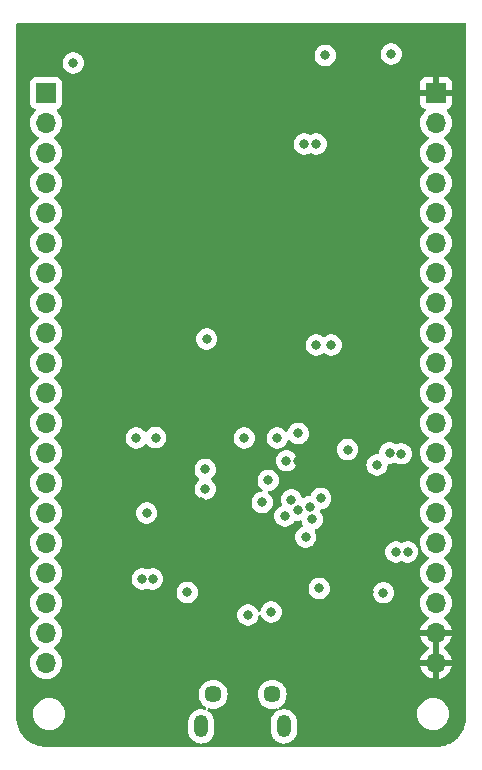
<source format=gbr>
%TF.GenerationSoftware,KiCad,Pcbnew,7.0.2*%
%TF.CreationDate,2023-06-11T23:23:11-04:00*%
%TF.ProjectId,SoftProject,536f6674-5072-46f6-9a65-63742e6b6963,rev?*%
%TF.SameCoordinates,Original*%
%TF.FileFunction,Copper,L2,Inr*%
%TF.FilePolarity,Positive*%
%FSLAX46Y46*%
G04 Gerber Fmt 4.6, Leading zero omitted, Abs format (unit mm)*
G04 Created by KiCad (PCBNEW 7.0.2) date 2023-06-11 23:23:11*
%MOMM*%
%LPD*%
G01*
G04 APERTURE LIST*
%TA.AperFunction,ComponentPad*%
%ADD10O,1.200000X1.900000*%
%TD*%
%TA.AperFunction,ComponentPad*%
%ADD11C,1.450000*%
%TD*%
%TA.AperFunction,ComponentPad*%
%ADD12R,1.700000X1.700000*%
%TD*%
%TA.AperFunction,ComponentPad*%
%ADD13O,1.700000X1.700000*%
%TD*%
%TA.AperFunction,ViaPad*%
%ADD14C,0.800000*%
%TD*%
G04 APERTURE END LIST*
D10*
%TO.N,N/C*%
%TO.C,J1*%
X98110000Y-116619000D03*
D11*
X92110000Y-113919000D03*
D10*
X91110000Y-116619000D03*
D11*
X97110000Y-113919000D03*
%TD*%
D12*
%TO.N,GND*%
%TO.C,J3*%
X110998000Y-62992000D03*
D13*
%TO.N,/CHIP_PU*%
X110998000Y-65532000D03*
%TO.N,/GPIO46*%
X110998000Y-68072000D03*
%TO.N,/GPIO45*%
X110998000Y-70612000D03*
%TO.N,/RXD*%
X110998000Y-73152000D03*
%TO.N,/TXD*%
X110998000Y-75692000D03*
%TO.N,/GPIO42*%
X110998000Y-78232000D03*
%TO.N,/GPIO41*%
X110998000Y-80772000D03*
%TO.N,/GPIO40*%
X110998000Y-83312000D03*
%TO.N,/GPIO39*%
X110998000Y-85852000D03*
%TO.N,/GPIO38*%
X110998000Y-88392000D03*
%TO.N,/GPIO37*%
X110998000Y-90932000D03*
%TO.N,/GPIO36*%
X110998000Y-93472000D03*
%TO.N,/GPIO35*%
X110998000Y-96012000D03*
%TO.N,/GPIO34*%
X110998000Y-98552000D03*
%TO.N,/GPIO33*%
X110998000Y-101092000D03*
%TO.N,/GPIO26*%
X110998000Y-103632000D03*
%TO.N,/GPIO21*%
X110998000Y-106172000D03*
%TO.N,GND*%
X110998000Y-108712000D03*
X110998000Y-111252000D03*
%TD*%
D12*
%TO.N,+3.3V*%
%TO.C,J4*%
X77978000Y-62992000D03*
D13*
%TO.N,/GPIO0*%
X77978000Y-65532000D03*
%TO.N,/GPIO1*%
X77978000Y-68072000D03*
%TO.N,/GPIO2*%
X77978000Y-70612000D03*
%TO.N,/GPIO3*%
X77978000Y-73152000D03*
%TO.N,/GPIO4*%
X77978000Y-75692000D03*
%TO.N,/GPIO5*%
X77978000Y-78232000D03*
%TO.N,/GPIO6*%
X77978000Y-80772000D03*
%TO.N,/GPIO7*%
X77978000Y-83312000D03*
%TO.N,/GPIO8*%
X77978000Y-85852000D03*
%TO.N,/GPIO9*%
X77978000Y-88392000D03*
%TO.N,/GPIO10*%
X77978000Y-90932000D03*
%TO.N,/GPIO11*%
X77978000Y-93472000D03*
%TO.N,/GPIO12*%
X77978000Y-96012000D03*
%TO.N,/GPIO13*%
X77978000Y-98552000D03*
%TO.N,/GPIO14*%
X77978000Y-101092000D03*
%TO.N,/GPIO15*%
X77978000Y-103632000D03*
%TO.N,/GPIO16*%
X77978000Y-106172000D03*
%TO.N,/GPIO17*%
X77978000Y-108712000D03*
%TO.N,+5V*%
X77978000Y-111252000D03*
%TD*%
D14*
%TO.N,GND*%
X101600000Y-58420000D03*
X96266000Y-65278000D03*
X97980500Y-111696500D03*
X104521000Y-98679000D03*
X94488000Y-63500000D03*
X92456000Y-69342000D03*
X88544400Y-102463600D03*
X91059000Y-97663000D03*
X85471000Y-115189000D03*
X92075000Y-97663000D03*
X97091500Y-110807500D03*
X97091500Y-111696500D03*
X105283000Y-105283000D03*
X101943701Y-94779299D03*
X90678000Y-67310000D03*
X104521000Y-97282000D03*
X93980000Y-97663000D03*
X90678000Y-65278000D03*
X89814400Y-102463600D03*
X102235000Y-105791000D03*
X80264000Y-58420000D03*
X97980500Y-110807500D03*
X106045000Y-97282000D03*
X82677000Y-100838000D03*
X106045000Y-98679000D03*
X99314000Y-94138500D03*
X96266000Y-67310000D03*
X92456000Y-63500000D03*
X91567000Y-105664000D03*
X97409000Y-85852000D03*
X94488000Y-69342000D03*
X84455000Y-104140000D03*
X98552000Y-85852000D03*
X94996000Y-97663000D03*
X101442000Y-80264000D03*
X103632000Y-115062000D03*
X107848400Y-105308400D03*
X93853000Y-99060000D03*
X82677000Y-99695000D03*
%TO.N,/D-*%
X100488750Y-99091750D03*
X97536000Y-92202000D03*
X99262232Y-98292550D03*
%TO.N,/D+*%
X100330000Y-98021000D03*
X99314000Y-91821000D03*
%TO.N,VBUS*%
X97028000Y-106934000D03*
X95057500Y-107188000D03*
X99949000Y-100599464D03*
X98184378Y-98819378D03*
%TO.N,/RTS*%
X103490640Y-93187866D03*
X105984500Y-94488000D03*
%TO.N,/IO0_Auto*%
X94742000Y-92202000D03*
X96774000Y-95788500D03*
%TO.N,+3.3V*%
X86106000Y-104140000D03*
X91440000Y-96520000D03*
X106527600Y-105308400D03*
X98736206Y-97442667D03*
X86995000Y-104140000D03*
X87236970Y-92177196D03*
X85598000Y-92202000D03*
X101219000Y-97321500D03*
X91440000Y-94869000D03*
X86487000Y-98552000D03*
X91567000Y-83820000D03*
X107188000Y-59690000D03*
X80264000Y-60452000D03*
%TO.N,/GPIO0*%
X96266000Y-97663000D03*
X89916000Y-105283000D03*
%TO.N,/GPIO21*%
X107048506Y-93471113D03*
X107585497Y-101854000D03*
%TO.N,/GPIO26*%
X108045500Y-93541893D03*
X108585000Y-101854000D03*
%TO.N,/TXD*%
X102108000Y-84328000D03*
X100838000Y-67310000D03*
%TO.N,/RXD*%
X99822000Y-67310000D03*
X100838000Y-84328000D03*
%TO.N,/CHIP_PU*%
X98314497Y-94138500D03*
X101092000Y-104942500D03*
X101600000Y-59817000D03*
%TD*%
%TA.AperFunction,Conductor*%
%TO.N,GND*%
G36*
X111248000Y-110816498D02*
G01*
X111140315Y-110767320D01*
X111033763Y-110752000D01*
X110962237Y-110752000D01*
X110855685Y-110767320D01*
X110747999Y-110816498D01*
X110747999Y-109147501D01*
X110855685Y-109196680D01*
X110962237Y-109212000D01*
X111033763Y-109212000D01*
X111140315Y-109196680D01*
X111248000Y-109147501D01*
X111248000Y-110816498D01*
G37*
%TD.AperFunction*%
%TA.AperFunction,Conductor*%
G36*
X113480539Y-57088685D02*
G01*
X113526294Y-57141489D01*
X113537500Y-57193000D01*
X113537500Y-115820519D01*
X113537305Y-115827472D01*
X113531012Y-115939524D01*
X113520801Y-116108330D01*
X113519275Y-116121613D01*
X113496723Y-116254343D01*
X113469995Y-116400195D01*
X113467182Y-116412163D01*
X113428983Y-116544752D01*
X113428214Y-116547314D01*
X113385580Y-116684132D01*
X113381756Y-116694695D01*
X113328317Y-116823707D01*
X113326832Y-116827145D01*
X113268712Y-116956282D01*
X113264164Y-116965372D01*
X113196207Y-117088331D01*
X113193796Y-117092500D01*
X113120958Y-117212988D01*
X113115971Y-117220592D01*
X113034423Y-117335525D01*
X113030904Y-117340244D01*
X112944326Y-117450752D01*
X112939175Y-117456906D01*
X112845139Y-117562133D01*
X112840360Y-117567187D01*
X112741187Y-117666360D01*
X112736133Y-117671139D01*
X112630906Y-117765175D01*
X112624752Y-117770326D01*
X112514244Y-117856904D01*
X112509525Y-117860423D01*
X112394592Y-117941971D01*
X112386988Y-117946958D01*
X112266500Y-118019796D01*
X112262331Y-118022207D01*
X112139372Y-118090164D01*
X112130282Y-118094712D01*
X112001145Y-118152832D01*
X111997707Y-118154317D01*
X111868695Y-118207756D01*
X111858132Y-118211580D01*
X111721314Y-118254214D01*
X111718752Y-118254983D01*
X111586167Y-118293180D01*
X111574191Y-118295995D01*
X111428344Y-118322723D01*
X111295608Y-118345276D01*
X111282335Y-118346800D01*
X111113525Y-118357012D01*
X111001472Y-118363305D01*
X110994520Y-118363500D01*
X77981481Y-118363500D01*
X77974528Y-118363305D01*
X77862475Y-118357012D01*
X77693668Y-118346801D01*
X77680385Y-118345275D01*
X77547656Y-118322723D01*
X77420694Y-118299456D01*
X77401800Y-118295994D01*
X77389837Y-118293182D01*
X77372400Y-118288159D01*
X77257246Y-118254983D01*
X77254684Y-118254214D01*
X77117866Y-118211580D01*
X77107303Y-118207756D01*
X76978291Y-118154317D01*
X76974873Y-118152841D01*
X76845713Y-118094710D01*
X76836626Y-118090164D01*
X76713667Y-118022207D01*
X76709498Y-118019796D01*
X76589010Y-117946958D01*
X76581406Y-117941971D01*
X76466473Y-117860423D01*
X76461754Y-117856904D01*
X76351246Y-117770326D01*
X76345092Y-117765175D01*
X76239865Y-117671139D01*
X76234811Y-117666360D01*
X76135638Y-117567187D01*
X76130859Y-117562133D01*
X76036823Y-117456906D01*
X76031672Y-117450752D01*
X75976142Y-117379873D01*
X75945078Y-117340223D01*
X75941575Y-117335525D01*
X75860027Y-117220592D01*
X75855040Y-117212988D01*
X75782202Y-117092500D01*
X75779791Y-117088331D01*
X75761272Y-117054824D01*
X75741180Y-117018471D01*
X90009499Y-117018471D01*
X90009500Y-117018491D01*
X90009500Y-117021425D01*
X90009779Y-117024355D01*
X90009781Y-117024380D01*
X90024471Y-117178215D01*
X90083683Y-117379873D01*
X90179990Y-117566684D01*
X90301574Y-117721289D01*
X90309908Y-117731886D01*
X90354270Y-117770326D01*
X90468745Y-117869520D01*
X90650153Y-117974256D01*
X90650756Y-117974604D01*
X90744241Y-118006959D01*
X90849366Y-118043344D01*
X90884298Y-118048366D01*
X91057398Y-118073254D01*
X91267330Y-118063254D01*
X91471576Y-118013704D01*
X91557955Y-117974256D01*
X91662752Y-117926397D01*
X91742624Y-117869520D01*
X91833952Y-117804486D01*
X91978986Y-117652378D01*
X92092613Y-117475572D01*
X92170725Y-117280457D01*
X92210500Y-117074085D01*
X92210500Y-116216575D01*
X92195528Y-116059782D01*
X92136316Y-115858125D01*
X92040011Y-115671318D01*
X91972618Y-115585622D01*
X91910093Y-115506115D01*
X91910092Y-115506114D01*
X91751256Y-115368481D01*
X91672067Y-115322761D01*
X91623852Y-115272193D01*
X91610630Y-115203586D01*
X91636598Y-115138722D01*
X91693512Y-115098194D01*
X91763303Y-115094870D01*
X91766101Y-115095583D01*
X91896381Y-115130492D01*
X92110000Y-115149181D01*
X92323619Y-115130492D01*
X92530747Y-115074992D01*
X92725091Y-114984368D01*
X92900745Y-114861373D01*
X93052373Y-114709745D01*
X93175368Y-114534091D01*
X93265992Y-114339747D01*
X93321492Y-114132619D01*
X93340181Y-113919000D01*
X93340181Y-113918999D01*
X95879818Y-113918999D01*
X95898507Y-114132616D01*
X95898508Y-114132619D01*
X95954008Y-114339747D01*
X96044632Y-114534091D01*
X96167627Y-114709745D01*
X96319255Y-114861373D01*
X96494909Y-114984368D01*
X96689253Y-115074992D01*
X96896381Y-115130492D01*
X97038793Y-115142951D01*
X97109999Y-115149181D01*
X97109999Y-115149180D01*
X97110000Y-115149181D01*
X97323619Y-115130492D01*
X97442099Y-115098745D01*
X97511946Y-115100408D01*
X97569809Y-115139570D01*
X97597314Y-115203798D01*
X97585728Y-115272700D01*
X97546119Y-115319527D01*
X97386048Y-115433514D01*
X97241013Y-115585623D01*
X97127387Y-115762425D01*
X97049274Y-115957545D01*
X97009500Y-116163913D01*
X97009499Y-117018471D01*
X97009500Y-117018491D01*
X97009500Y-117021425D01*
X97009779Y-117024355D01*
X97009781Y-117024380D01*
X97024471Y-117178215D01*
X97083683Y-117379873D01*
X97179990Y-117566684D01*
X97301574Y-117721289D01*
X97309908Y-117731886D01*
X97354270Y-117770326D01*
X97468745Y-117869520D01*
X97650153Y-117974256D01*
X97650756Y-117974604D01*
X97744241Y-118006959D01*
X97849366Y-118043344D01*
X97884298Y-118048366D01*
X98057398Y-118073254D01*
X98267330Y-118063254D01*
X98471576Y-118013704D01*
X98557955Y-117974256D01*
X98662752Y-117926397D01*
X98742624Y-117869520D01*
X98833952Y-117804486D01*
X98978986Y-117652378D01*
X99092613Y-117475572D01*
X99170725Y-117280457D01*
X99210500Y-117074085D01*
X99210500Y-116216575D01*
X99195528Y-116059782D01*
X99136316Y-115858125D01*
X99040011Y-115671318D01*
X98972618Y-115585622D01*
X98960333Y-115570000D01*
X109388340Y-115570000D01*
X109408936Y-115805407D01*
X109444873Y-115939524D01*
X109470097Y-116033663D01*
X109569965Y-116247829D01*
X109705505Y-116441401D01*
X109872599Y-116608495D01*
X110066171Y-116744035D01*
X110280337Y-116843903D01*
X110508592Y-116905063D01*
X110685034Y-116920500D01*
X110687742Y-116920500D01*
X110800258Y-116920500D01*
X110802966Y-116920500D01*
X110979408Y-116905063D01*
X111207663Y-116843903D01*
X111421829Y-116744035D01*
X111615401Y-116608495D01*
X111782495Y-116441401D01*
X111918035Y-116247830D01*
X112017903Y-116033663D01*
X112079063Y-115805408D01*
X112099659Y-115570000D01*
X112079063Y-115334592D01*
X112017903Y-115106337D01*
X111918035Y-114892171D01*
X111782495Y-114698599D01*
X111615401Y-114531505D01*
X111421829Y-114395965D01*
X111207663Y-114296097D01*
X111207663Y-114296096D01*
X110979407Y-114234936D01*
X110805667Y-114219736D01*
X110805659Y-114219735D01*
X110802966Y-114219500D01*
X110685034Y-114219500D01*
X110682341Y-114219735D01*
X110682332Y-114219736D01*
X110508592Y-114234936D01*
X110280336Y-114296097D01*
X110066170Y-114395965D01*
X109872598Y-114531505D01*
X109705508Y-114698595D01*
X109705505Y-114698598D01*
X109705505Y-114698599D01*
X109591530Y-114861373D01*
X109569964Y-114892172D01*
X109470097Y-115106337D01*
X109408936Y-115334592D01*
X109388340Y-115570000D01*
X98960333Y-115570000D01*
X98910093Y-115506115D01*
X98751254Y-115368479D01*
X98569245Y-115263396D01*
X98370633Y-115194655D01*
X98162603Y-115164746D01*
X98162602Y-115164746D01*
X98057635Y-115169746D01*
X97952669Y-115174746D01*
X97827277Y-115205166D01*
X97757486Y-115201841D01*
X97700572Y-115161312D01*
X97674604Y-115096447D01*
X97687828Y-115027840D01*
X97726917Y-114983089D01*
X97900745Y-114861373D01*
X98052373Y-114709745D01*
X98175368Y-114534091D01*
X98265992Y-114339747D01*
X98321492Y-114132619D01*
X98340181Y-113919000D01*
X98321492Y-113705381D01*
X98265992Y-113498253D01*
X98175368Y-113303910D01*
X98052373Y-113128255D01*
X97900745Y-112976627D01*
X97725091Y-112853632D01*
X97635485Y-112811848D01*
X97530748Y-112763008D01*
X97323616Y-112707507D01*
X97110000Y-112688818D01*
X96896383Y-112707507D01*
X96689251Y-112763008D01*
X96494912Y-112853631D01*
X96494910Y-112853632D01*
X96319255Y-112976627D01*
X96319251Y-112976630D01*
X96167630Y-113128251D01*
X96044631Y-113303912D01*
X95954008Y-113498251D01*
X95898507Y-113705383D01*
X95879818Y-113918999D01*
X93340181Y-113918999D01*
X93321492Y-113705381D01*
X93265992Y-113498253D01*
X93175368Y-113303910D01*
X93052373Y-113128255D01*
X92900745Y-112976627D01*
X92725091Y-112853632D01*
X92635485Y-112811848D01*
X92530748Y-112763008D01*
X92323616Y-112707507D01*
X92110000Y-112688818D01*
X91896383Y-112707507D01*
X91689251Y-112763008D01*
X91494912Y-112853631D01*
X91494910Y-112853632D01*
X91319255Y-112976627D01*
X91319251Y-112976630D01*
X91167630Y-113128251D01*
X91044631Y-113303912D01*
X90954008Y-113498251D01*
X90898507Y-113705383D01*
X90879818Y-113919000D01*
X90898507Y-114132616D01*
X90898508Y-114132619D01*
X90954008Y-114339747D01*
X91044632Y-114534091D01*
X91167627Y-114709745D01*
X91319255Y-114861373D01*
X91483312Y-114976247D01*
X91526934Y-115030822D01*
X91534127Y-115100321D01*
X91502605Y-115162675D01*
X91442375Y-115198089D01*
X91382443Y-115195710D01*
X91382353Y-115196341D01*
X91376258Y-115195464D01*
X91372560Y-115195318D01*
X91371635Y-115195002D01*
X91370636Y-115194656D01*
X91162603Y-115164746D01*
X91162602Y-115164746D01*
X91057635Y-115169746D01*
X90952669Y-115174746D01*
X90748419Y-115224297D01*
X90557247Y-115311602D01*
X90386050Y-115433512D01*
X90241013Y-115585623D01*
X90127387Y-115762425D01*
X90049274Y-115957545D01*
X90009500Y-116163913D01*
X90009499Y-117018471D01*
X75741180Y-117018471D01*
X75711832Y-116965369D01*
X75707298Y-116956306D01*
X75649130Y-116827063D01*
X75647693Y-116823736D01*
X75594237Y-116694682D01*
X75590423Y-116684146D01*
X75547773Y-116547279D01*
X75547015Y-116544752D01*
X75542307Y-116528409D01*
X75508814Y-116412153D01*
X75506006Y-116400205D01*
X75479288Y-116254416D01*
X75456721Y-116121599D01*
X75455199Y-116108345D01*
X75444992Y-115939603D01*
X75438695Y-115827472D01*
X75438500Y-115820521D01*
X75438500Y-115570000D01*
X76876340Y-115570000D01*
X76896936Y-115805407D01*
X76932873Y-115939524D01*
X76958097Y-116033663D01*
X77057965Y-116247829D01*
X77193505Y-116441401D01*
X77360599Y-116608495D01*
X77554171Y-116744035D01*
X77768337Y-116843903D01*
X77996592Y-116905063D01*
X78173034Y-116920500D01*
X78175742Y-116920500D01*
X78288258Y-116920500D01*
X78290966Y-116920500D01*
X78467408Y-116905063D01*
X78695663Y-116843903D01*
X78909829Y-116744035D01*
X79103401Y-116608495D01*
X79270495Y-116441401D01*
X79406035Y-116247830D01*
X79505903Y-116033663D01*
X79567063Y-115805408D01*
X79587659Y-115570000D01*
X79567063Y-115334592D01*
X79505903Y-115106337D01*
X79406035Y-114892171D01*
X79270495Y-114698599D01*
X79103401Y-114531505D01*
X78909829Y-114395965D01*
X78695663Y-114296097D01*
X78695662Y-114296096D01*
X78467407Y-114234936D01*
X78293667Y-114219736D01*
X78293659Y-114219735D01*
X78290966Y-114219500D01*
X78173034Y-114219500D01*
X78170341Y-114219735D01*
X78170332Y-114219736D01*
X77996592Y-114234936D01*
X77768336Y-114296097D01*
X77554170Y-114395965D01*
X77360598Y-114531505D01*
X77193508Y-114698595D01*
X77193505Y-114698598D01*
X77193505Y-114698599D01*
X77079530Y-114861373D01*
X77057964Y-114892172D01*
X76958097Y-115106337D01*
X76896936Y-115334592D01*
X76876340Y-115570000D01*
X75438500Y-115570000D01*
X75438500Y-111252000D01*
X76622340Y-111252000D01*
X76642936Y-111487407D01*
X76668496Y-111582798D01*
X76704097Y-111715663D01*
X76803965Y-111929830D01*
X76939505Y-112123401D01*
X77106599Y-112290495D01*
X77300170Y-112426035D01*
X77514337Y-112525903D01*
X77742592Y-112587063D01*
X77978000Y-112607659D01*
X78213408Y-112587063D01*
X78441663Y-112525903D01*
X78655830Y-112426035D01*
X78849401Y-112290495D01*
X79016495Y-112123401D01*
X79152035Y-111929830D01*
X79251903Y-111715663D01*
X79313063Y-111487408D01*
X79333659Y-111252000D01*
X79313063Y-111016592D01*
X79251903Y-110788337D01*
X79152035Y-110574171D01*
X79016495Y-110380599D01*
X78849401Y-110213505D01*
X78663839Y-110083573D01*
X78620217Y-110028998D01*
X78613024Y-109959499D01*
X78644546Y-109897145D01*
X78663837Y-109880428D01*
X78849401Y-109750495D01*
X79016495Y-109583401D01*
X79152035Y-109389830D01*
X79251903Y-109175663D01*
X79313063Y-108947408D01*
X79333659Y-108712000D01*
X79313063Y-108476592D01*
X79251903Y-108248337D01*
X79152035Y-108034171D01*
X79016495Y-107840599D01*
X78849401Y-107673505D01*
X78663839Y-107543573D01*
X78620216Y-107488998D01*
X78613022Y-107419500D01*
X78644545Y-107357145D01*
X78663837Y-107340428D01*
X78849401Y-107210495D01*
X78871896Y-107188000D01*
X94152040Y-107188000D01*
X94171826Y-107376257D01*
X94230320Y-107556284D01*
X94324966Y-107720216D01*
X94451629Y-107860889D01*
X94604769Y-107972151D01*
X94777697Y-108049144D01*
X94962852Y-108088500D01*
X94962854Y-108088500D01*
X95152148Y-108088500D01*
X95275584Y-108062262D01*
X95337303Y-108049144D01*
X95510230Y-107972151D01*
X95663371Y-107860888D01*
X95790033Y-107720216D01*
X95884679Y-107556284D01*
X95943174Y-107376256D01*
X95951042Y-107301393D01*
X95977625Y-107236781D01*
X96034922Y-107196796D01*
X96104741Y-107194136D01*
X96164915Y-107229645D01*
X96192293Y-107276039D01*
X96200820Y-107302284D01*
X96295466Y-107466216D01*
X96422129Y-107606889D01*
X96575269Y-107718151D01*
X96748197Y-107795144D01*
X96933352Y-107834500D01*
X96933354Y-107834500D01*
X97122648Y-107834500D01*
X97246084Y-107808262D01*
X97307803Y-107795144D01*
X97480730Y-107718151D01*
X97633871Y-107606888D01*
X97760533Y-107466216D01*
X97855179Y-107302284D01*
X97913674Y-107122256D01*
X97933460Y-106934000D01*
X97913674Y-106745744D01*
X97855179Y-106565716D01*
X97855179Y-106565715D01*
X97760533Y-106401783D01*
X97633870Y-106261110D01*
X97480730Y-106149848D01*
X97307802Y-106072855D01*
X97122648Y-106033500D01*
X97122646Y-106033500D01*
X96933354Y-106033500D01*
X96933352Y-106033500D01*
X96748197Y-106072855D01*
X96575269Y-106149848D01*
X96422129Y-106261110D01*
X96295466Y-106401783D01*
X96200820Y-106565715D01*
X96142326Y-106745742D01*
X96134458Y-106820604D01*
X96107873Y-106885219D01*
X96050575Y-106925203D01*
X95980756Y-106927863D01*
X95920583Y-106892353D01*
X95893207Y-106845962D01*
X95884679Y-106819716D01*
X95884677Y-106819712D01*
X95790033Y-106655783D01*
X95663370Y-106515110D01*
X95510230Y-106403848D01*
X95337302Y-106326855D01*
X95152148Y-106287500D01*
X95152146Y-106287500D01*
X94962854Y-106287500D01*
X94962852Y-106287500D01*
X94777697Y-106326855D01*
X94604769Y-106403848D01*
X94451629Y-106515110D01*
X94324966Y-106655783D01*
X94230320Y-106819715D01*
X94171826Y-106999742D01*
X94152040Y-107188000D01*
X78871896Y-107188000D01*
X79016495Y-107043401D01*
X79152035Y-106849830D01*
X79251903Y-106635663D01*
X79313063Y-106407408D01*
X79333659Y-106172000D01*
X79313063Y-105936592D01*
X79251903Y-105708337D01*
X79152035Y-105494171D01*
X79016495Y-105300599D01*
X78998896Y-105283000D01*
X89010540Y-105283000D01*
X89030326Y-105471257D01*
X89088820Y-105651284D01*
X89183466Y-105815216D01*
X89310129Y-105955889D01*
X89463269Y-106067151D01*
X89636197Y-106144144D01*
X89821352Y-106183500D01*
X89821354Y-106183500D01*
X90010648Y-106183500D01*
X90134084Y-106157262D01*
X90195803Y-106144144D01*
X90368730Y-106067151D01*
X90415047Y-106033500D01*
X90521870Y-105955889D01*
X90648533Y-105815216D01*
X90743179Y-105651284D01*
X90754842Y-105615388D01*
X90801674Y-105471256D01*
X90821460Y-105283000D01*
X90801674Y-105094744D01*
X90752206Y-104942500D01*
X100186540Y-104942500D01*
X100206326Y-105130757D01*
X100264820Y-105310784D01*
X100359466Y-105474716D01*
X100486129Y-105615389D01*
X100639269Y-105726651D01*
X100812197Y-105803644D01*
X100997352Y-105843000D01*
X100997354Y-105843000D01*
X101186648Y-105843000D01*
X101310084Y-105816762D01*
X101371803Y-105803644D01*
X101544730Y-105726651D01*
X101697871Y-105615388D01*
X101824533Y-105474716D01*
X101919179Y-105310784D01*
X101919954Y-105308399D01*
X105622140Y-105308399D01*
X105641926Y-105496657D01*
X105700420Y-105676684D01*
X105795066Y-105840616D01*
X105921729Y-105981289D01*
X106074869Y-106092551D01*
X106247797Y-106169544D01*
X106432952Y-106208900D01*
X106432954Y-106208900D01*
X106622248Y-106208900D01*
X106795848Y-106172000D01*
X109642340Y-106172000D01*
X109662936Y-106407407D01*
X109691795Y-106515110D01*
X109724097Y-106635663D01*
X109823965Y-106849830D01*
X109959505Y-107043401D01*
X110126599Y-107210495D01*
X110312596Y-107340732D01*
X110356219Y-107395307D01*
X110363412Y-107464806D01*
X110331890Y-107527160D01*
X110312595Y-107543880D01*
X110126919Y-107673892D01*
X109959890Y-107840921D01*
X109824400Y-108034421D01*
X109724569Y-108248507D01*
X109667364Y-108461999D01*
X109667364Y-108462000D01*
X110564314Y-108462000D01*
X110538507Y-108502156D01*
X110498000Y-108640111D01*
X110498000Y-108783889D01*
X110538507Y-108921844D01*
X110564314Y-108962000D01*
X109667364Y-108962000D01*
X109724569Y-109175492D01*
X109824399Y-109389576D01*
X109959893Y-109583081D01*
X110126918Y-109750106D01*
X110313031Y-109880425D01*
X110356656Y-109935002D01*
X110363848Y-110004501D01*
X110332326Y-110066855D01*
X110313031Y-110083575D01*
X110126918Y-110213893D01*
X109959890Y-110380921D01*
X109824400Y-110574421D01*
X109724569Y-110788507D01*
X109667364Y-111001999D01*
X109667364Y-111002000D01*
X110564314Y-111002000D01*
X110538507Y-111042156D01*
X110498000Y-111180111D01*
X110498000Y-111323889D01*
X110538507Y-111461844D01*
X110564314Y-111502000D01*
X109667364Y-111502000D01*
X109724569Y-111715492D01*
X109824399Y-111929576D01*
X109959893Y-112123081D01*
X110126918Y-112290106D01*
X110320423Y-112425600D01*
X110534509Y-112525430D01*
X110747999Y-112582633D01*
X110747999Y-111687501D01*
X110855685Y-111736680D01*
X110962237Y-111752000D01*
X111033763Y-111752000D01*
X111140315Y-111736680D01*
X111248000Y-111687501D01*
X111248000Y-112582633D01*
X111461490Y-112525430D01*
X111675576Y-112425600D01*
X111869081Y-112290106D01*
X112036106Y-112123081D01*
X112171600Y-111929576D01*
X112271430Y-111715492D01*
X112328636Y-111502000D01*
X111431686Y-111502000D01*
X111457493Y-111461844D01*
X111498000Y-111323889D01*
X111498000Y-111180111D01*
X111457493Y-111042156D01*
X111431686Y-111002000D01*
X112328636Y-111002000D01*
X112328635Y-111001999D01*
X112271430Y-110788507D01*
X112171599Y-110574421D01*
X112036109Y-110380921D01*
X111869081Y-110213893D01*
X111682968Y-110083575D01*
X111639344Y-110028998D01*
X111632151Y-109959499D01*
X111663673Y-109897145D01*
X111682968Y-109880425D01*
X111869081Y-109750106D01*
X112036106Y-109583081D01*
X112171600Y-109389576D01*
X112271430Y-109175492D01*
X112328636Y-108962000D01*
X111431686Y-108962000D01*
X111457493Y-108921844D01*
X111498000Y-108783889D01*
X111498000Y-108640111D01*
X111457493Y-108502156D01*
X111431686Y-108462000D01*
X112328636Y-108462000D01*
X112328635Y-108461999D01*
X112271430Y-108248507D01*
X112171599Y-108034421D01*
X112036109Y-107840921D01*
X111869081Y-107673893D01*
X111683404Y-107543880D01*
X111639780Y-107489303D01*
X111632587Y-107419804D01*
X111664109Y-107357450D01*
X111683399Y-107340734D01*
X111869401Y-107210495D01*
X112036495Y-107043401D01*
X112172035Y-106849830D01*
X112271903Y-106635663D01*
X112333063Y-106407408D01*
X112353659Y-106172000D01*
X112333063Y-105936592D01*
X112271903Y-105708337D01*
X112172035Y-105494171D01*
X112036495Y-105300599D01*
X111869401Y-105133505D01*
X111683839Y-105003573D01*
X111640215Y-104948997D01*
X111633023Y-104879498D01*
X111664545Y-104817144D01*
X111683831Y-104800432D01*
X111869401Y-104670495D01*
X112036495Y-104503401D01*
X112172035Y-104309830D01*
X112271903Y-104095663D01*
X112333063Y-103867408D01*
X112353659Y-103632000D01*
X112333063Y-103396592D01*
X112271903Y-103168337D01*
X112172035Y-102954171D01*
X112036495Y-102760599D01*
X111869401Y-102593505D01*
X111683839Y-102463573D01*
X111640216Y-102408998D01*
X111633022Y-102339500D01*
X111664545Y-102277145D01*
X111683837Y-102260428D01*
X111869401Y-102130495D01*
X112036495Y-101963401D01*
X112172035Y-101769830D01*
X112271903Y-101555663D01*
X112333063Y-101327408D01*
X112353659Y-101092000D01*
X112333063Y-100856592D01*
X112271903Y-100628337D01*
X112172035Y-100414171D01*
X112036495Y-100220599D01*
X111869401Y-100053505D01*
X111683839Y-99923573D01*
X111640215Y-99868997D01*
X111633023Y-99799498D01*
X111664545Y-99737144D01*
X111683831Y-99720432D01*
X111869401Y-99590495D01*
X112036495Y-99423401D01*
X112172035Y-99229830D01*
X112271903Y-99015663D01*
X112333063Y-98787408D01*
X112353659Y-98552000D01*
X112333063Y-98316592D01*
X112271903Y-98088337D01*
X112172035Y-97874171D01*
X112036495Y-97680599D01*
X111869401Y-97513505D01*
X111683839Y-97383573D01*
X111640216Y-97328998D01*
X111633022Y-97259500D01*
X111664545Y-97197145D01*
X111683837Y-97180428D01*
X111869401Y-97050495D01*
X112036495Y-96883401D01*
X112172035Y-96689830D01*
X112271903Y-96475663D01*
X112333063Y-96247408D01*
X112353659Y-96012000D01*
X112333063Y-95776592D01*
X112271903Y-95548337D01*
X112172035Y-95334171D01*
X112036495Y-95140599D01*
X111869401Y-94973505D01*
X111683839Y-94843573D01*
X111640215Y-94788997D01*
X111633023Y-94719498D01*
X111664545Y-94657144D01*
X111683831Y-94640432D01*
X111869401Y-94510495D01*
X112036495Y-94343401D01*
X112172035Y-94149830D01*
X112271903Y-93935663D01*
X112333063Y-93707408D01*
X112353659Y-93472000D01*
X112333063Y-93236592D01*
X112271903Y-93008337D01*
X112172035Y-92794171D01*
X112036495Y-92600599D01*
X111869401Y-92433505D01*
X111683839Y-92303573D01*
X111640216Y-92248998D01*
X111633022Y-92179500D01*
X111664545Y-92117145D01*
X111683837Y-92100428D01*
X111869401Y-91970495D01*
X112036495Y-91803401D01*
X112172035Y-91609830D01*
X112271903Y-91395663D01*
X112333063Y-91167408D01*
X112353659Y-90932000D01*
X112333063Y-90696592D01*
X112271903Y-90468337D01*
X112172035Y-90254171D01*
X112036495Y-90060599D01*
X111869401Y-89893505D01*
X111683839Y-89763573D01*
X111640215Y-89708997D01*
X111633023Y-89639498D01*
X111664545Y-89577144D01*
X111683831Y-89560432D01*
X111869401Y-89430495D01*
X112036495Y-89263401D01*
X112172035Y-89069830D01*
X112271903Y-88855663D01*
X112333063Y-88627408D01*
X112353659Y-88392000D01*
X112333063Y-88156592D01*
X112271903Y-87928337D01*
X112172035Y-87714171D01*
X112036495Y-87520599D01*
X111869401Y-87353505D01*
X111683839Y-87223573D01*
X111640216Y-87168998D01*
X111633022Y-87099500D01*
X111664545Y-87037145D01*
X111683837Y-87020428D01*
X111869401Y-86890495D01*
X112036495Y-86723401D01*
X112172035Y-86529830D01*
X112271903Y-86315663D01*
X112333063Y-86087408D01*
X112353659Y-85852000D01*
X112333063Y-85616592D01*
X112271903Y-85388337D01*
X112172035Y-85174171D01*
X112036495Y-84980599D01*
X111869401Y-84813505D01*
X111683839Y-84683573D01*
X111640215Y-84628997D01*
X111633023Y-84559498D01*
X111664545Y-84497144D01*
X111683831Y-84480432D01*
X111869401Y-84350495D01*
X112036495Y-84183401D01*
X112172035Y-83989830D01*
X112271903Y-83775663D01*
X112333063Y-83547408D01*
X112353659Y-83312000D01*
X112333063Y-83076592D01*
X112271903Y-82848337D01*
X112172035Y-82634171D01*
X112036495Y-82440599D01*
X111869401Y-82273505D01*
X111683839Y-82143573D01*
X111640216Y-82088998D01*
X111633022Y-82019500D01*
X111664545Y-81957145D01*
X111683837Y-81940428D01*
X111869401Y-81810495D01*
X112036495Y-81643401D01*
X112172035Y-81449830D01*
X112271903Y-81235663D01*
X112333063Y-81007408D01*
X112353659Y-80772000D01*
X112333063Y-80536592D01*
X112271903Y-80308337D01*
X112172035Y-80094171D01*
X112036495Y-79900599D01*
X111869401Y-79733505D01*
X111683839Y-79603573D01*
X111640215Y-79548997D01*
X111633023Y-79479498D01*
X111664545Y-79417144D01*
X111683831Y-79400432D01*
X111869401Y-79270495D01*
X112036495Y-79103401D01*
X112172035Y-78909830D01*
X112271903Y-78695663D01*
X112333063Y-78467408D01*
X112353659Y-78232000D01*
X112333063Y-77996592D01*
X112271903Y-77768337D01*
X112172035Y-77554171D01*
X112036495Y-77360599D01*
X111869401Y-77193505D01*
X111683839Y-77063573D01*
X111640216Y-77008998D01*
X111633022Y-76939500D01*
X111664545Y-76877145D01*
X111683837Y-76860428D01*
X111869401Y-76730495D01*
X112036495Y-76563401D01*
X112172035Y-76369830D01*
X112271903Y-76155663D01*
X112333063Y-75927408D01*
X112353659Y-75692000D01*
X112333063Y-75456592D01*
X112271903Y-75228337D01*
X112172035Y-75014171D01*
X112036495Y-74820599D01*
X111869401Y-74653505D01*
X111683839Y-74523573D01*
X111640215Y-74468997D01*
X111633023Y-74399498D01*
X111664545Y-74337144D01*
X111683831Y-74320432D01*
X111869401Y-74190495D01*
X112036495Y-74023401D01*
X112172035Y-73829830D01*
X112271903Y-73615663D01*
X112333063Y-73387408D01*
X112353659Y-73152000D01*
X112333063Y-72916592D01*
X112271903Y-72688337D01*
X112172035Y-72474171D01*
X112036495Y-72280599D01*
X111869401Y-72113505D01*
X111683839Y-71983573D01*
X111640216Y-71928998D01*
X111633022Y-71859500D01*
X111664545Y-71797145D01*
X111683837Y-71780428D01*
X111869401Y-71650495D01*
X112036495Y-71483401D01*
X112172035Y-71289830D01*
X112271903Y-71075663D01*
X112333063Y-70847408D01*
X112353659Y-70612000D01*
X112333063Y-70376592D01*
X112271903Y-70148337D01*
X112172035Y-69934171D01*
X112036495Y-69740599D01*
X111869401Y-69573505D01*
X111683839Y-69443573D01*
X111640216Y-69388998D01*
X111633022Y-69319500D01*
X111664545Y-69257145D01*
X111683837Y-69240428D01*
X111869401Y-69110495D01*
X112036495Y-68943401D01*
X112172035Y-68749830D01*
X112271903Y-68535663D01*
X112333063Y-68307408D01*
X112353659Y-68072000D01*
X112333063Y-67836592D01*
X112271903Y-67608337D01*
X112172035Y-67394171D01*
X112036495Y-67200599D01*
X111869401Y-67033505D01*
X111683839Y-66903573D01*
X111640216Y-66848998D01*
X111633022Y-66779500D01*
X111664545Y-66717145D01*
X111683837Y-66700428D01*
X111869401Y-66570495D01*
X112036495Y-66403401D01*
X112172035Y-66209830D01*
X112271903Y-65995663D01*
X112333063Y-65767408D01*
X112353659Y-65532000D01*
X112333063Y-65296592D01*
X112271903Y-65068337D01*
X112172035Y-64854171D01*
X112036495Y-64660599D01*
X111914180Y-64538284D01*
X111880696Y-64476962D01*
X111885680Y-64407270D01*
X111927552Y-64351337D01*
X111958528Y-64334422D01*
X112090089Y-64285352D01*
X112205188Y-64199188D01*
X112291352Y-64084089D01*
X112341599Y-63949371D01*
X112347645Y-63893132D01*
X112348000Y-63886518D01*
X112348000Y-63242000D01*
X111431686Y-63242000D01*
X111457493Y-63201844D01*
X111498000Y-63063889D01*
X111498000Y-62920111D01*
X111457493Y-62782156D01*
X111431686Y-62742000D01*
X112348000Y-62742000D01*
X112348000Y-62097481D01*
X112347645Y-62090867D01*
X112341599Y-62034628D01*
X112291352Y-61899910D01*
X112205188Y-61784811D01*
X112090089Y-61698647D01*
X111955371Y-61648400D01*
X111899132Y-61642354D01*
X111892518Y-61642000D01*
X111248000Y-61642000D01*
X111248000Y-62556498D01*
X111140315Y-62507320D01*
X111033763Y-62492000D01*
X110962237Y-62492000D01*
X110855685Y-62507320D01*
X110748000Y-62556498D01*
X110748000Y-61642000D01*
X110103482Y-61642000D01*
X110096867Y-61642354D01*
X110040628Y-61648400D01*
X109905910Y-61698647D01*
X109790811Y-61784811D01*
X109704647Y-61899910D01*
X109654400Y-62034628D01*
X109648354Y-62090867D01*
X109648000Y-62097481D01*
X109647999Y-62741999D01*
X109648000Y-62742000D01*
X110564314Y-62742000D01*
X110538507Y-62782156D01*
X110498000Y-62920111D01*
X110498000Y-63063889D01*
X110538507Y-63201844D01*
X110564314Y-63242000D01*
X109648000Y-63242000D01*
X109648000Y-63886518D01*
X109648354Y-63893132D01*
X109654400Y-63949371D01*
X109704647Y-64084089D01*
X109790811Y-64199188D01*
X109905911Y-64285352D01*
X110037471Y-64334422D01*
X110093404Y-64376294D01*
X110117821Y-64441758D01*
X110102969Y-64510031D01*
X110081819Y-64538285D01*
X109959503Y-64660601D01*
X109823965Y-64854170D01*
X109724097Y-65068336D01*
X109662936Y-65296592D01*
X109642340Y-65531999D01*
X109662936Y-65767407D01*
X109707709Y-65934502D01*
X109724097Y-65995663D01*
X109823965Y-66209830D01*
X109959505Y-66403401D01*
X110126599Y-66570495D01*
X110312160Y-66700426D01*
X110355783Y-66755002D01*
X110362976Y-66824501D01*
X110331454Y-66886855D01*
X110312159Y-66903575D01*
X110126595Y-67033508D01*
X109959505Y-67200598D01*
X109823965Y-67394170D01*
X109724097Y-67608336D01*
X109662936Y-67836592D01*
X109642340Y-68071999D01*
X109662936Y-68307407D01*
X109707709Y-68474502D01*
X109724097Y-68535663D01*
X109823965Y-68749830D01*
X109959505Y-68943401D01*
X110126599Y-69110495D01*
X110312160Y-69240426D01*
X110355783Y-69295002D01*
X110362976Y-69364501D01*
X110331454Y-69426855D01*
X110312159Y-69443575D01*
X110126595Y-69573508D01*
X109959505Y-69740598D01*
X109823965Y-69934170D01*
X109724097Y-70148336D01*
X109662936Y-70376592D01*
X109642340Y-70612000D01*
X109662936Y-70847407D01*
X109707709Y-71014501D01*
X109724097Y-71075663D01*
X109823965Y-71289830D01*
X109959505Y-71483401D01*
X110126599Y-71650495D01*
X110312160Y-71780426D01*
X110355783Y-71835002D01*
X110362976Y-71904501D01*
X110331454Y-71966855D01*
X110312159Y-71983575D01*
X110126595Y-72113508D01*
X109959505Y-72280598D01*
X109823965Y-72474170D01*
X109724097Y-72688336D01*
X109662936Y-72916592D01*
X109642340Y-73152000D01*
X109662936Y-73387407D01*
X109707709Y-73554502D01*
X109724097Y-73615663D01*
X109823965Y-73829830D01*
X109959505Y-74023401D01*
X110126599Y-74190495D01*
X110312160Y-74320426D01*
X110355783Y-74375002D01*
X110362976Y-74444501D01*
X110331454Y-74506855D01*
X110312159Y-74523575D01*
X110126595Y-74653508D01*
X109959505Y-74820598D01*
X109823965Y-75014170D01*
X109724097Y-75228336D01*
X109662936Y-75456592D01*
X109642340Y-75691999D01*
X109662936Y-75927407D01*
X109707709Y-76094502D01*
X109724097Y-76155663D01*
X109823965Y-76369830D01*
X109959505Y-76563401D01*
X110126599Y-76730495D01*
X110312160Y-76860426D01*
X110355783Y-76915002D01*
X110362976Y-76984501D01*
X110331454Y-77046855D01*
X110312159Y-77063575D01*
X110126595Y-77193508D01*
X109959505Y-77360598D01*
X109823965Y-77554170D01*
X109724097Y-77768336D01*
X109662936Y-77996592D01*
X109642340Y-78232000D01*
X109662936Y-78467407D01*
X109707709Y-78634502D01*
X109724097Y-78695663D01*
X109823965Y-78909830D01*
X109959505Y-79103401D01*
X110126599Y-79270495D01*
X110312160Y-79400426D01*
X110355783Y-79455002D01*
X110362976Y-79524501D01*
X110331454Y-79586855D01*
X110312159Y-79603575D01*
X110126595Y-79733508D01*
X109959505Y-79900598D01*
X109823965Y-80094170D01*
X109724097Y-80308336D01*
X109662936Y-80536592D01*
X109642340Y-80772000D01*
X109662936Y-81007407D01*
X109707709Y-81174502D01*
X109724097Y-81235663D01*
X109823965Y-81449830D01*
X109959505Y-81643401D01*
X110126599Y-81810495D01*
X110312160Y-81940426D01*
X110355783Y-81995002D01*
X110362976Y-82064501D01*
X110331454Y-82126855D01*
X110312159Y-82143575D01*
X110126595Y-82273508D01*
X109959505Y-82440598D01*
X109823965Y-82634170D01*
X109724097Y-82848336D01*
X109662936Y-83076592D01*
X109642340Y-83312000D01*
X109662936Y-83547407D01*
X109685534Y-83631742D01*
X109724097Y-83775663D01*
X109823965Y-83989830D01*
X109959505Y-84183401D01*
X110126599Y-84350495D01*
X110312160Y-84480426D01*
X110355783Y-84535002D01*
X110362976Y-84604501D01*
X110331454Y-84666855D01*
X110312160Y-84683574D01*
X110259425Y-84720500D01*
X110126595Y-84813508D01*
X109959505Y-84980598D01*
X109823965Y-85174170D01*
X109724097Y-85388336D01*
X109662936Y-85616592D01*
X109642340Y-85851999D01*
X109662936Y-86087407D01*
X109707709Y-86254502D01*
X109724097Y-86315663D01*
X109823965Y-86529830D01*
X109959505Y-86723401D01*
X110126599Y-86890495D01*
X110312160Y-87020426D01*
X110355783Y-87075002D01*
X110362976Y-87144501D01*
X110331454Y-87206855D01*
X110312159Y-87223575D01*
X110126595Y-87353508D01*
X109959505Y-87520598D01*
X109823965Y-87714170D01*
X109724097Y-87928336D01*
X109662936Y-88156592D01*
X109642340Y-88391999D01*
X109662936Y-88627407D01*
X109707709Y-88794501D01*
X109724097Y-88855663D01*
X109823965Y-89069830D01*
X109959505Y-89263401D01*
X110126599Y-89430495D01*
X110312160Y-89560426D01*
X110355783Y-89615002D01*
X110362976Y-89684501D01*
X110331454Y-89746855D01*
X110312159Y-89763575D01*
X110126595Y-89893508D01*
X109959505Y-90060598D01*
X109823965Y-90254170D01*
X109724097Y-90468336D01*
X109662936Y-90696592D01*
X109642340Y-90932000D01*
X109662936Y-91167407D01*
X109707709Y-91334502D01*
X109724097Y-91395663D01*
X109823965Y-91609830D01*
X109959505Y-91803401D01*
X110126599Y-91970495D01*
X110312160Y-92100426D01*
X110355783Y-92155002D01*
X110362976Y-92224501D01*
X110331454Y-92286855D01*
X110312160Y-92303574D01*
X110185538Y-92392236D01*
X110126595Y-92433508D01*
X109959505Y-92600598D01*
X109823965Y-92794170D01*
X109724097Y-93008336D01*
X109662936Y-93236592D01*
X109642340Y-93472000D01*
X109662936Y-93707407D01*
X109679766Y-93770216D01*
X109724097Y-93935663D01*
X109823965Y-94149830D01*
X109959505Y-94343401D01*
X110126599Y-94510495D01*
X110312160Y-94640426D01*
X110355783Y-94695002D01*
X110362976Y-94764501D01*
X110331454Y-94826855D01*
X110312159Y-94843575D01*
X110126595Y-94973508D01*
X109959505Y-95140598D01*
X109823965Y-95334170D01*
X109724097Y-95548336D01*
X109662936Y-95776592D01*
X109642340Y-96012000D01*
X109662936Y-96247407D01*
X109685534Y-96331742D01*
X109724097Y-96475663D01*
X109823965Y-96689830D01*
X109959505Y-96883401D01*
X110126599Y-97050495D01*
X110312160Y-97180426D01*
X110355783Y-97235002D01*
X110362976Y-97304501D01*
X110331454Y-97366855D01*
X110312158Y-97383575D01*
X110259425Y-97420500D01*
X110126595Y-97513508D01*
X109959505Y-97680598D01*
X109823965Y-97874170D01*
X109724097Y-98088336D01*
X109662936Y-98316592D01*
X109642340Y-98551999D01*
X109662936Y-98787407D01*
X109707709Y-98954501D01*
X109724097Y-99015663D01*
X109823965Y-99229830D01*
X109959505Y-99423401D01*
X110126599Y-99590495D01*
X110312160Y-99720426D01*
X110355783Y-99775002D01*
X110362976Y-99844501D01*
X110331454Y-99906855D01*
X110312159Y-99923575D01*
X110126595Y-100053508D01*
X109959505Y-100220598D01*
X109823965Y-100414170D01*
X109724097Y-100628336D01*
X109662936Y-100856592D01*
X109642340Y-101091999D01*
X109662936Y-101327407D01*
X109677997Y-101383615D01*
X109724097Y-101555663D01*
X109823965Y-101769830D01*
X109959505Y-101963401D01*
X110126599Y-102130495D01*
X110312160Y-102260426D01*
X110355783Y-102315002D01*
X110362976Y-102384501D01*
X110331454Y-102446855D01*
X110312159Y-102463575D01*
X110126595Y-102593508D01*
X109959505Y-102760598D01*
X109823965Y-102954170D01*
X109724097Y-103168336D01*
X109662936Y-103396592D01*
X109642340Y-103632000D01*
X109662936Y-103867407D01*
X109685534Y-103951742D01*
X109724097Y-104095663D01*
X109823965Y-104309830D01*
X109959505Y-104503401D01*
X110126599Y-104670495D01*
X110312160Y-104800426D01*
X110355783Y-104855002D01*
X110362976Y-104924501D01*
X110331454Y-104986855D01*
X110312160Y-105003574D01*
X110145684Y-105120142D01*
X110126595Y-105133508D01*
X109959505Y-105300598D01*
X109823965Y-105494170D01*
X109724097Y-105708336D01*
X109662936Y-105936592D01*
X109642340Y-106172000D01*
X106795848Y-106172000D01*
X106807403Y-106169544D01*
X106980330Y-106092551D01*
X107133471Y-105981288D01*
X107260133Y-105840616D01*
X107354779Y-105676684D01*
X107413274Y-105496656D01*
X107433060Y-105308400D01*
X107413274Y-105120144D01*
X107374608Y-105001144D01*
X107354779Y-104940115D01*
X107260133Y-104776183D01*
X107133470Y-104635510D01*
X106980330Y-104524248D01*
X106807402Y-104447255D01*
X106622248Y-104407900D01*
X106622246Y-104407900D01*
X106432954Y-104407900D01*
X106432952Y-104407900D01*
X106247797Y-104447255D01*
X106074869Y-104524248D01*
X105921729Y-104635510D01*
X105795066Y-104776183D01*
X105700420Y-104940115D01*
X105641926Y-105120142D01*
X105622140Y-105308399D01*
X101919954Y-105308399D01*
X101977674Y-105130756D01*
X101997460Y-104942500D01*
X101977674Y-104754244D01*
X101939095Y-104635510D01*
X101919179Y-104574215D01*
X101824533Y-104410283D01*
X101697870Y-104269610D01*
X101544730Y-104158348D01*
X101371802Y-104081355D01*
X101186648Y-104042000D01*
X101186646Y-104042000D01*
X100997354Y-104042000D01*
X100997352Y-104042000D01*
X100812197Y-104081355D01*
X100639269Y-104158348D01*
X100486129Y-104269610D01*
X100359466Y-104410283D01*
X100264820Y-104574215D01*
X100206326Y-104754242D01*
X100186540Y-104942500D01*
X90752206Y-104942500D01*
X90747435Y-104927815D01*
X90743179Y-104914715D01*
X90648533Y-104750783D01*
X90521870Y-104610110D01*
X90368730Y-104498848D01*
X90195802Y-104421855D01*
X90010648Y-104382500D01*
X90010646Y-104382500D01*
X89821354Y-104382500D01*
X89821352Y-104382500D01*
X89636197Y-104421855D01*
X89463269Y-104498848D01*
X89310129Y-104610110D01*
X89183466Y-104750783D01*
X89088820Y-104914715D01*
X89030326Y-105094742D01*
X89010540Y-105283000D01*
X78998896Y-105283000D01*
X78849401Y-105133505D01*
X78663839Y-105003573D01*
X78620216Y-104948998D01*
X78613022Y-104879500D01*
X78644545Y-104817145D01*
X78663837Y-104800428D01*
X78849401Y-104670495D01*
X79016495Y-104503401D01*
X79152035Y-104309830D01*
X79231229Y-104139999D01*
X85200540Y-104139999D01*
X85220326Y-104328257D01*
X85278820Y-104508284D01*
X85373466Y-104672216D01*
X85500129Y-104812889D01*
X85653269Y-104924151D01*
X85826197Y-105001144D01*
X86011352Y-105040500D01*
X86011354Y-105040500D01*
X86200648Y-105040500D01*
X86324084Y-105014262D01*
X86385803Y-105001144D01*
X86500063Y-104950271D01*
X86569314Y-104940986D01*
X86600936Y-104950271D01*
X86715197Y-105001144D01*
X86900352Y-105040500D01*
X86900354Y-105040500D01*
X87089648Y-105040500D01*
X87213083Y-105014262D01*
X87274803Y-105001144D01*
X87447730Y-104924151D01*
X87600871Y-104812888D01*
X87727533Y-104672216D01*
X87822179Y-104508284D01*
X87880674Y-104328256D01*
X87900460Y-104140000D01*
X87880674Y-103951744D01*
X87822179Y-103771716D01*
X87822179Y-103771715D01*
X87727533Y-103607783D01*
X87600870Y-103467110D01*
X87447730Y-103355848D01*
X87274802Y-103278855D01*
X87089648Y-103239500D01*
X87089646Y-103239500D01*
X86900354Y-103239500D01*
X86900352Y-103239500D01*
X86715198Y-103278854D01*
X86600935Y-103329728D01*
X86531685Y-103339012D01*
X86500065Y-103329728D01*
X86385801Y-103278854D01*
X86200648Y-103239500D01*
X86200646Y-103239500D01*
X86011354Y-103239500D01*
X86011352Y-103239500D01*
X85826197Y-103278855D01*
X85653269Y-103355848D01*
X85500129Y-103467110D01*
X85373466Y-103607783D01*
X85278820Y-103771715D01*
X85220326Y-103951742D01*
X85200540Y-104139999D01*
X79231229Y-104139999D01*
X79251903Y-104095663D01*
X79313063Y-103867408D01*
X79333659Y-103632000D01*
X79313063Y-103396592D01*
X79251903Y-103168337D01*
X79152035Y-102954171D01*
X79016495Y-102760599D01*
X78849401Y-102593505D01*
X78663839Y-102463573D01*
X78620216Y-102408998D01*
X78613022Y-102339500D01*
X78644545Y-102277145D01*
X78663837Y-102260428D01*
X78849401Y-102130495D01*
X79016495Y-101963401D01*
X79093099Y-101853999D01*
X106680037Y-101853999D01*
X106699823Y-102042257D01*
X106758317Y-102222284D01*
X106852963Y-102386216D01*
X106979626Y-102526889D01*
X107132766Y-102638151D01*
X107305694Y-102715144D01*
X107490849Y-102754500D01*
X107490851Y-102754500D01*
X107680145Y-102754500D01*
X107865297Y-102715145D01*
X107865298Y-102715144D01*
X107865300Y-102715144D01*
X108034814Y-102639670D01*
X108104060Y-102630385D01*
X108135683Y-102639671D01*
X108305197Y-102715144D01*
X108490352Y-102754500D01*
X108490354Y-102754500D01*
X108679648Y-102754500D01*
X108803084Y-102728262D01*
X108864803Y-102715144D01*
X109037730Y-102638151D01*
X109190871Y-102526888D01*
X109317533Y-102386216D01*
X109412179Y-102222284D01*
X109470674Y-102042256D01*
X109490460Y-101854000D01*
X109470674Y-101665744D01*
X109434906Y-101555662D01*
X109412179Y-101485715D01*
X109317533Y-101321783D01*
X109190870Y-101181110D01*
X109037730Y-101069848D01*
X108864802Y-100992855D01*
X108679648Y-100953500D01*
X108679646Y-100953500D01*
X108490354Y-100953500D01*
X108490352Y-100953500D01*
X108305197Y-100992855D01*
X108135684Y-101068328D01*
X108066434Y-101077613D01*
X108034812Y-101068328D01*
X107865299Y-100992855D01*
X107680145Y-100953500D01*
X107680143Y-100953500D01*
X107490851Y-100953500D01*
X107490849Y-100953500D01*
X107305694Y-100992855D01*
X107132766Y-101069848D01*
X106979626Y-101181110D01*
X106852963Y-101321783D01*
X106758317Y-101485715D01*
X106699823Y-101665742D01*
X106680037Y-101853999D01*
X79093099Y-101853999D01*
X79152035Y-101769830D01*
X79251903Y-101555663D01*
X79313063Y-101327408D01*
X79333659Y-101092000D01*
X79313063Y-100856592D01*
X79251903Y-100628337D01*
X79152035Y-100414171D01*
X79016495Y-100220599D01*
X78849401Y-100053505D01*
X78663839Y-99923573D01*
X78620217Y-99868998D01*
X78613024Y-99799499D01*
X78644546Y-99737145D01*
X78663837Y-99720428D01*
X78849401Y-99590495D01*
X79016495Y-99423401D01*
X79152035Y-99229830D01*
X79251903Y-99015663D01*
X79313063Y-98787408D01*
X79333659Y-98552000D01*
X79333659Y-98551999D01*
X85581540Y-98551999D01*
X85601326Y-98740257D01*
X85659820Y-98920284D01*
X85754466Y-99084216D01*
X85881129Y-99224889D01*
X86034269Y-99336151D01*
X86207197Y-99413144D01*
X86392352Y-99452500D01*
X86392354Y-99452500D01*
X86581648Y-99452500D01*
X86718547Y-99423401D01*
X86766803Y-99413144D01*
X86939730Y-99336151D01*
X87092871Y-99224888D01*
X87219533Y-99084216D01*
X87314179Y-98920284D01*
X87346966Y-98819378D01*
X97278918Y-98819378D01*
X97298704Y-99007635D01*
X97357198Y-99187662D01*
X97451844Y-99351594D01*
X97578507Y-99492267D01*
X97731647Y-99603529D01*
X97904575Y-99680522D01*
X98089730Y-99719878D01*
X98089732Y-99719878D01*
X98279026Y-99719878D01*
X98402461Y-99693640D01*
X98464181Y-99680522D01*
X98637108Y-99603529D01*
X98790249Y-99492266D01*
X98916911Y-99351594D01*
X98980796Y-99240940D01*
X99031361Y-99192727D01*
X99099968Y-99179503D01*
X99113961Y-99181651D01*
X99167586Y-99193050D01*
X99356878Y-99193050D01*
X99454051Y-99172395D01*
X99523716Y-99177711D01*
X99579450Y-99219847D01*
X99598159Y-99267899D01*
X99599049Y-99267611D01*
X99603075Y-99280004D01*
X99603076Y-99280006D01*
X99617046Y-99323001D01*
X99661570Y-99460034D01*
X99722085Y-99564849D01*
X99738558Y-99632750D01*
X99715705Y-99698776D01*
X99665134Y-99740128D01*
X99496269Y-99815312D01*
X99343129Y-99926574D01*
X99216466Y-100067247D01*
X99121820Y-100231179D01*
X99063326Y-100411206D01*
X99043540Y-100599463D01*
X99043540Y-100599464D01*
X99046575Y-100628337D01*
X99063326Y-100787721D01*
X99121820Y-100967748D01*
X99216466Y-101131680D01*
X99343129Y-101272353D01*
X99496269Y-101383615D01*
X99669197Y-101460608D01*
X99854352Y-101499964D01*
X99854354Y-101499964D01*
X100043648Y-101499964D01*
X100167084Y-101473726D01*
X100228803Y-101460608D01*
X100401730Y-101383615D01*
X100479094Y-101327407D01*
X100554870Y-101272353D01*
X100681533Y-101131680D01*
X100776179Y-100967748D01*
X100812296Y-100856592D01*
X100834674Y-100787720D01*
X100854460Y-100599464D01*
X100834674Y-100411208D01*
X100776179Y-100231180D01*
X100776179Y-100231179D01*
X100715664Y-100126364D01*
X100699191Y-100058464D01*
X100722044Y-99992437D01*
X100772613Y-99951086D01*
X100941480Y-99875901D01*
X100941480Y-99875900D01*
X100941482Y-99875900D01*
X101094620Y-99764639D01*
X101221283Y-99623966D01*
X101315929Y-99460034D01*
X101327832Y-99423401D01*
X101374424Y-99280006D01*
X101394210Y-99091750D01*
X101374424Y-98903494D01*
X101321385Y-98740257D01*
X101315929Y-98723465D01*
X101221283Y-98559533D01*
X101181433Y-98515276D01*
X101151202Y-98452284D01*
X101155651Y-98393984D01*
X101157177Y-98389287D01*
X101157179Y-98389284D01*
X101183693Y-98307679D01*
X101223131Y-98250006D01*
X101287490Y-98222808D01*
X101301624Y-98222000D01*
X101313648Y-98222000D01*
X101439656Y-98195216D01*
X101498803Y-98182644D01*
X101671730Y-98105651D01*
X101774088Y-98031284D01*
X101824870Y-97994389D01*
X101872756Y-97941207D01*
X101951533Y-97853716D01*
X102046179Y-97689784D01*
X102104674Y-97509756D01*
X102124460Y-97321500D01*
X102104674Y-97133244D01*
X102046179Y-96953216D01*
X102046179Y-96953215D01*
X101951533Y-96789283D01*
X101824870Y-96648610D01*
X101671730Y-96537348D01*
X101498802Y-96460355D01*
X101313648Y-96421000D01*
X101313646Y-96421000D01*
X101124354Y-96421000D01*
X101124352Y-96421000D01*
X100939197Y-96460355D01*
X100766269Y-96537348D01*
X100613129Y-96648610D01*
X100486466Y-96789283D01*
X100391820Y-96953215D01*
X100365307Y-97034818D01*
X100325870Y-97092493D01*
X100261511Y-97119692D01*
X100247376Y-97120500D01*
X100235352Y-97120500D01*
X100050197Y-97159855D01*
X99877269Y-97236848D01*
X99804112Y-97289999D01*
X99738305Y-97313478D01*
X99670252Y-97297652D01*
X99621558Y-97247545D01*
X99613300Y-97228006D01*
X99577262Y-97117093D01*
X99563385Y-97074382D01*
X99468739Y-96910450D01*
X99342076Y-96769777D01*
X99188936Y-96658515D01*
X99016008Y-96581522D01*
X98830854Y-96542167D01*
X98830852Y-96542167D01*
X98641560Y-96542167D01*
X98641558Y-96542167D01*
X98456403Y-96581522D01*
X98283475Y-96658515D01*
X98130335Y-96769777D01*
X98003672Y-96910450D01*
X97909026Y-97074382D01*
X97850532Y-97254409D01*
X97830746Y-97442667D01*
X97850532Y-97630924D01*
X97913054Y-97823346D01*
X97910967Y-97824023D01*
X97923375Y-97875182D01*
X97900519Y-97941207D01*
X97849952Y-97982553D01*
X97731647Y-98035226D01*
X97578507Y-98146488D01*
X97451844Y-98287161D01*
X97357198Y-98451093D01*
X97298704Y-98631120D01*
X97278918Y-98819378D01*
X87346966Y-98819378D01*
X87372674Y-98740256D01*
X87392460Y-98552000D01*
X87372674Y-98363744D01*
X87314179Y-98183716D01*
X87314179Y-98183715D01*
X87219533Y-98019783D01*
X87092870Y-97879110D01*
X86939730Y-97767848D01*
X86766802Y-97690855D01*
X86635748Y-97662999D01*
X95360540Y-97662999D01*
X95380326Y-97851257D01*
X95438820Y-98031284D01*
X95533466Y-98195216D01*
X95660129Y-98335889D01*
X95813269Y-98447151D01*
X95986197Y-98524144D01*
X96171352Y-98563500D01*
X96171354Y-98563500D01*
X96360648Y-98563500D01*
X96484084Y-98537262D01*
X96545803Y-98524144D01*
X96718730Y-98447151D01*
X96718729Y-98447150D01*
X96871870Y-98335889D01*
X96974417Y-98222000D01*
X96998533Y-98195216D01*
X97093179Y-98031284D01*
X97151674Y-97851256D01*
X97171460Y-97663000D01*
X97151674Y-97474744D01*
X97101882Y-97321500D01*
X97093179Y-97294715D01*
X96998533Y-97130783D01*
X96871870Y-96990110D01*
X96766174Y-96913318D01*
X96723508Y-96857988D01*
X96717529Y-96788375D01*
X96750135Y-96726580D01*
X96810973Y-96692223D01*
X96839059Y-96689000D01*
X96868648Y-96689000D01*
X97012068Y-96658515D01*
X97053803Y-96649644D01*
X97226730Y-96572651D01*
X97360223Y-96475663D01*
X97379870Y-96461389D01*
X97506533Y-96320716D01*
X97601179Y-96156784D01*
X97648222Y-96012000D01*
X97659674Y-95976756D01*
X97679460Y-95788500D01*
X97659674Y-95600244D01*
X97601179Y-95420216D01*
X97601179Y-95420215D01*
X97506533Y-95256283D01*
X97379870Y-95115610D01*
X97226730Y-95004348D01*
X97053802Y-94927355D01*
X96868648Y-94888000D01*
X96868646Y-94888000D01*
X96679354Y-94888000D01*
X96679352Y-94888000D01*
X96494197Y-94927355D01*
X96321269Y-95004348D01*
X96168129Y-95115610D01*
X96041466Y-95256283D01*
X95946820Y-95420215D01*
X95888326Y-95600242D01*
X95868540Y-95788499D01*
X95888326Y-95976757D01*
X95946820Y-96156784D01*
X96041466Y-96320716D01*
X96168129Y-96461389D01*
X96273826Y-96538182D01*
X96316492Y-96593512D01*
X96322471Y-96663125D01*
X96289865Y-96724920D01*
X96229027Y-96759277D01*
X96200941Y-96762500D01*
X96171352Y-96762500D01*
X95986197Y-96801855D01*
X95813269Y-96878848D01*
X95660129Y-96990110D01*
X95533466Y-97130783D01*
X95438820Y-97294715D01*
X95380326Y-97474742D01*
X95360540Y-97662999D01*
X86635748Y-97662999D01*
X86581648Y-97651500D01*
X86581646Y-97651500D01*
X86392354Y-97651500D01*
X86392352Y-97651500D01*
X86207197Y-97690855D01*
X86034269Y-97767848D01*
X85881129Y-97879110D01*
X85754466Y-98019783D01*
X85659820Y-98183715D01*
X85601326Y-98363742D01*
X85581540Y-98551999D01*
X79333659Y-98551999D01*
X79313063Y-98316592D01*
X79251903Y-98088337D01*
X79152035Y-97874171D01*
X79016495Y-97680599D01*
X78849401Y-97513505D01*
X78663839Y-97383573D01*
X78620216Y-97328998D01*
X78613022Y-97259500D01*
X78644545Y-97197145D01*
X78663837Y-97180428D01*
X78849401Y-97050495D01*
X79016495Y-96883401D01*
X79152035Y-96689830D01*
X79231228Y-96520000D01*
X90534540Y-96520000D01*
X90554326Y-96708257D01*
X90612820Y-96888284D01*
X90707466Y-97052216D01*
X90834129Y-97192889D01*
X90987269Y-97304151D01*
X91160197Y-97381144D01*
X91345352Y-97420500D01*
X91345354Y-97420500D01*
X91534648Y-97420500D01*
X91658083Y-97394262D01*
X91719803Y-97381144D01*
X91892730Y-97304151D01*
X92045871Y-97192888D01*
X92172533Y-97052216D01*
X92267179Y-96888284D01*
X92325674Y-96708256D01*
X92345460Y-96520000D01*
X92325674Y-96331744D01*
X92267179Y-96151716D01*
X92267179Y-96151715D01*
X92172533Y-95987783D01*
X92045873Y-95847114D01*
X92045872Y-95847113D01*
X92045871Y-95847112D01*
X91973892Y-95794816D01*
X91931228Y-95739489D01*
X91925249Y-95669876D01*
X91957854Y-95608080D01*
X91973885Y-95594188D01*
X92045871Y-95541888D01*
X92172533Y-95401216D01*
X92267179Y-95237284D01*
X92325674Y-95057256D01*
X92345460Y-94869000D01*
X92325674Y-94680744D01*
X92295332Y-94587363D01*
X92267179Y-94500715D01*
X92172533Y-94336783D01*
X92045870Y-94196110D01*
X91966576Y-94138500D01*
X97409037Y-94138500D01*
X97410228Y-94149830D01*
X97428823Y-94326757D01*
X97487317Y-94506784D01*
X97581963Y-94670716D01*
X97708626Y-94811389D01*
X97861766Y-94922651D01*
X98034694Y-94999644D01*
X98219849Y-95039000D01*
X98219851Y-95039000D01*
X98409145Y-95039000D01*
X98532581Y-95012762D01*
X98594300Y-94999644D01*
X98767227Y-94922651D01*
X98883788Y-94837965D01*
X98920367Y-94811389D01*
X99047030Y-94670716D01*
X99141676Y-94506784D01*
X99147779Y-94488000D01*
X105079040Y-94488000D01*
X105098826Y-94676257D01*
X105157320Y-94856284D01*
X105251966Y-95020216D01*
X105378629Y-95160889D01*
X105531769Y-95272151D01*
X105704697Y-95349144D01*
X105889852Y-95388500D01*
X105889854Y-95388500D01*
X106079148Y-95388500D01*
X106202584Y-95362262D01*
X106264303Y-95349144D01*
X106437230Y-95272151D01*
X106590371Y-95160888D01*
X106717033Y-95020216D01*
X106811679Y-94856284D01*
X106870174Y-94676256D01*
X106889960Y-94488000D01*
X106889959Y-94487999D01*
X106890522Y-94482651D01*
X106917107Y-94418037D01*
X106974404Y-94378052D01*
X107013843Y-94371613D01*
X107143154Y-94371613D01*
X107328306Y-94332258D01*
X107328307Y-94332257D01*
X107328309Y-94332257D01*
X107432185Y-94286007D01*
X107501432Y-94276722D01*
X107555505Y-94298970D01*
X107592769Y-94326044D01*
X107765697Y-94403037D01*
X107950852Y-94442393D01*
X107950854Y-94442393D01*
X108140148Y-94442393D01*
X108263583Y-94416155D01*
X108325303Y-94403037D01*
X108498230Y-94326044D01*
X108651371Y-94214781D01*
X108778033Y-94074109D01*
X108872679Y-93910177D01*
X108931174Y-93730149D01*
X108950960Y-93541893D01*
X108931174Y-93353637D01*
X108893144Y-93236592D01*
X108872679Y-93173608D01*
X108778033Y-93009676D01*
X108651370Y-92869003D01*
X108498230Y-92757741D01*
X108325302Y-92680748D01*
X108140148Y-92641393D01*
X108140146Y-92641393D01*
X107950854Y-92641393D01*
X107950852Y-92641393D01*
X107765698Y-92680747D01*
X107661820Y-92726997D01*
X107592570Y-92736281D01*
X107538499Y-92714035D01*
X107508539Y-92692268D01*
X107501236Y-92686962D01*
X107501235Y-92686961D01*
X107501233Y-92686960D01*
X107328308Y-92609968D01*
X107143154Y-92570613D01*
X107143152Y-92570613D01*
X106953860Y-92570613D01*
X106953858Y-92570613D01*
X106768703Y-92609968D01*
X106595775Y-92686961D01*
X106442635Y-92798223D01*
X106315972Y-92938896D01*
X106221326Y-93102828D01*
X106162832Y-93282855D01*
X106162831Y-93282857D01*
X106162832Y-93282857D01*
X106143625Y-93465610D01*
X106142484Y-93476462D01*
X106115899Y-93541076D01*
X106058602Y-93581061D01*
X106019163Y-93587500D01*
X105889852Y-93587500D01*
X105704697Y-93626855D01*
X105531769Y-93703848D01*
X105378629Y-93815110D01*
X105251966Y-93955783D01*
X105157320Y-94119715D01*
X105098826Y-94299742D01*
X105079040Y-94488000D01*
X99147779Y-94488000D01*
X99162598Y-94442393D01*
X99200171Y-94326756D01*
X99219957Y-94138500D01*
X99200171Y-93950244D01*
X99141676Y-93770216D01*
X99141676Y-93770215D01*
X99047030Y-93606283D01*
X98920367Y-93465610D01*
X98767227Y-93354348D01*
X98594299Y-93277355D01*
X98409145Y-93238000D01*
X98409143Y-93238000D01*
X98219851Y-93238000D01*
X98219849Y-93238000D01*
X98034694Y-93277355D01*
X97861766Y-93354348D01*
X97708626Y-93465610D01*
X97581963Y-93606283D01*
X97487317Y-93770215D01*
X97428823Y-93950242D01*
X97414676Y-94084848D01*
X97409037Y-94138500D01*
X91966576Y-94138500D01*
X91892730Y-94084848D01*
X91719802Y-94007855D01*
X91534648Y-93968500D01*
X91534646Y-93968500D01*
X91345354Y-93968500D01*
X91345352Y-93968500D01*
X91160197Y-94007855D01*
X90987269Y-94084848D01*
X90834129Y-94196110D01*
X90707466Y-94336783D01*
X90612820Y-94500715D01*
X90554326Y-94680742D01*
X90534540Y-94869000D01*
X90554326Y-95057257D01*
X90612820Y-95237284D01*
X90707466Y-95401216D01*
X90834127Y-95541887D01*
X90906105Y-95594182D01*
X90948770Y-95649512D01*
X90954749Y-95719126D01*
X90922143Y-95780921D01*
X90906105Y-95794818D01*
X90834127Y-95847112D01*
X90707466Y-95987783D01*
X90612820Y-96151715D01*
X90554326Y-96331742D01*
X90534540Y-96520000D01*
X79231228Y-96520000D01*
X79251903Y-96475663D01*
X79313063Y-96247408D01*
X79333659Y-96012000D01*
X79313063Y-95776592D01*
X79251903Y-95548337D01*
X79152035Y-95334171D01*
X79016495Y-95140599D01*
X78849401Y-94973505D01*
X78663839Y-94843573D01*
X78620216Y-94788998D01*
X78613022Y-94719500D01*
X78644545Y-94657145D01*
X78663837Y-94640428D01*
X78849401Y-94510495D01*
X79016495Y-94343401D01*
X79152035Y-94149830D01*
X79251903Y-93935663D01*
X79313063Y-93707408D01*
X79333659Y-93472000D01*
X79313063Y-93236592D01*
X79300007Y-93187865D01*
X102585180Y-93187865D01*
X102604966Y-93376123D01*
X102663460Y-93556150D01*
X102758106Y-93720082D01*
X102884769Y-93860755D01*
X103037909Y-93972017D01*
X103210837Y-94049010D01*
X103395992Y-94088366D01*
X103395994Y-94088366D01*
X103585288Y-94088366D01*
X103708723Y-94062128D01*
X103770443Y-94049010D01*
X103943370Y-93972017D01*
X104096511Y-93860754D01*
X104223173Y-93720082D01*
X104317819Y-93556150D01*
X104376314Y-93376122D01*
X104396100Y-93187866D01*
X104376314Y-92999610D01*
X104345972Y-92906229D01*
X104317819Y-92819581D01*
X104223173Y-92655649D01*
X104096510Y-92514976D01*
X103943370Y-92403714D01*
X103770442Y-92326721D01*
X103585288Y-92287366D01*
X103585286Y-92287366D01*
X103395994Y-92287366D01*
X103395992Y-92287366D01*
X103210837Y-92326721D01*
X103037909Y-92403714D01*
X102884769Y-92514976D01*
X102758106Y-92655649D01*
X102663460Y-92819581D01*
X102604966Y-92999608D01*
X102585180Y-93187865D01*
X79300007Y-93187865D01*
X79251903Y-93008337D01*
X79152035Y-92794171D01*
X79016495Y-92600599D01*
X78849401Y-92433505D01*
X78663839Y-92303573D01*
X78620215Y-92248997D01*
X78615352Y-92202000D01*
X84692540Y-92202000D01*
X84712326Y-92390257D01*
X84770820Y-92570284D01*
X84865466Y-92734216D01*
X84992129Y-92874889D01*
X85145269Y-92986151D01*
X85318197Y-93063144D01*
X85503352Y-93102500D01*
X85503354Y-93102500D01*
X85692648Y-93102500D01*
X85816083Y-93076262D01*
X85877803Y-93063144D01*
X86050730Y-92986151D01*
X86203871Y-92874888D01*
X86330533Y-92734216D01*
X86330534Y-92734213D01*
X86336501Y-92727587D01*
X86395987Y-92690938D01*
X86465844Y-92692268D01*
X86520801Y-92727586D01*
X86631102Y-92850087D01*
X86784239Y-92961347D01*
X86957167Y-93038340D01*
X87142322Y-93077696D01*
X87142324Y-93077696D01*
X87331618Y-93077696D01*
X87455054Y-93051458D01*
X87516773Y-93038340D01*
X87689700Y-92961347D01*
X87808701Y-92874888D01*
X87842840Y-92850085D01*
X87969503Y-92709412D01*
X88064149Y-92545480D01*
X88080912Y-92493888D01*
X88122644Y-92365452D01*
X88139823Y-92202000D01*
X93836540Y-92202000D01*
X93856326Y-92390257D01*
X93914820Y-92570284D01*
X94009466Y-92734216D01*
X94136129Y-92874889D01*
X94289269Y-92986151D01*
X94462197Y-93063144D01*
X94647352Y-93102500D01*
X94647354Y-93102500D01*
X94836648Y-93102500D01*
X94960083Y-93076262D01*
X95021803Y-93063144D01*
X95194730Y-92986151D01*
X95347871Y-92874888D01*
X95474533Y-92734216D01*
X95569179Y-92570284D01*
X95627674Y-92390256D01*
X95647460Y-92202000D01*
X96630540Y-92202000D01*
X96650326Y-92390257D01*
X96708820Y-92570284D01*
X96803466Y-92734216D01*
X96930129Y-92874889D01*
X97083269Y-92986151D01*
X97256197Y-93063144D01*
X97441352Y-93102500D01*
X97441354Y-93102500D01*
X97630648Y-93102500D01*
X97754084Y-93076262D01*
X97815803Y-93063144D01*
X97988730Y-92986151D01*
X98141871Y-92874888D01*
X98268533Y-92734216D01*
X98363179Y-92570284D01*
X98406521Y-92436889D01*
X98445957Y-92379216D01*
X98510315Y-92352017D01*
X98579161Y-92363931D01*
X98616600Y-92392235D01*
X98656809Y-92436892D01*
X98708132Y-92493891D01*
X98861269Y-92605151D01*
X99034197Y-92682144D01*
X99219352Y-92721500D01*
X99219354Y-92721500D01*
X99408648Y-92721500D01*
X99552430Y-92690938D01*
X99593803Y-92682144D01*
X99766730Y-92605151D01*
X99814722Y-92570283D01*
X99919870Y-92493889D01*
X99974238Y-92433508D01*
X100046533Y-92353216D01*
X100141179Y-92189284D01*
X100199674Y-92009256D01*
X100219460Y-91821000D01*
X100199674Y-91632744D01*
X100157942Y-91504306D01*
X100141179Y-91452715D01*
X100046533Y-91288783D01*
X99919870Y-91148110D01*
X99766730Y-91036848D01*
X99593802Y-90959855D01*
X99408648Y-90920500D01*
X99408646Y-90920500D01*
X99219354Y-90920500D01*
X99219352Y-90920500D01*
X99034197Y-90959855D01*
X98861269Y-91036848D01*
X98708129Y-91148110D01*
X98581466Y-91288783D01*
X98486820Y-91452715D01*
X98443479Y-91586108D01*
X98404042Y-91643784D01*
X98339683Y-91670982D01*
X98270837Y-91659067D01*
X98233398Y-91630762D01*
X98141870Y-91529110D01*
X97988730Y-91417848D01*
X97815802Y-91340855D01*
X97630648Y-91301500D01*
X97630646Y-91301500D01*
X97441354Y-91301500D01*
X97441352Y-91301500D01*
X97256197Y-91340855D01*
X97083269Y-91417848D01*
X96930129Y-91529110D01*
X96803466Y-91669783D01*
X96708820Y-91833715D01*
X96650326Y-92013742D01*
X96630540Y-92202000D01*
X95647460Y-92202000D01*
X95627674Y-92013744D01*
X95569179Y-91833716D01*
X95569179Y-91833715D01*
X95474533Y-91669783D01*
X95347870Y-91529110D01*
X95194730Y-91417848D01*
X95021802Y-91340855D01*
X94836648Y-91301500D01*
X94836646Y-91301500D01*
X94647354Y-91301500D01*
X94647352Y-91301500D01*
X94462197Y-91340855D01*
X94289269Y-91417848D01*
X94136129Y-91529110D01*
X94009466Y-91669783D01*
X93914820Y-91833715D01*
X93856326Y-92013742D01*
X93836540Y-92202000D01*
X88139823Y-92202000D01*
X88142430Y-92177196D01*
X88122644Y-91988940D01*
X88092302Y-91895559D01*
X88064149Y-91808911D01*
X87969503Y-91644979D01*
X87842840Y-91504306D01*
X87689700Y-91393044D01*
X87516772Y-91316051D01*
X87331618Y-91276696D01*
X87331616Y-91276696D01*
X87142324Y-91276696D01*
X87142322Y-91276696D01*
X86957167Y-91316051D01*
X86784239Y-91393044D01*
X86631102Y-91504305D01*
X86631099Y-91504307D01*
X86631099Y-91504308D01*
X86557446Y-91586108D01*
X86498468Y-91651609D01*
X86438981Y-91688257D01*
X86369124Y-91686926D01*
X86314168Y-91651609D01*
X86276547Y-91609827D01*
X86203871Y-91529112D01*
X86203869Y-91529111D01*
X86203867Y-91529108D01*
X86050730Y-91417848D01*
X85877802Y-91340855D01*
X85692648Y-91301500D01*
X85692646Y-91301500D01*
X85503354Y-91301500D01*
X85503352Y-91301500D01*
X85318197Y-91340855D01*
X85145269Y-91417848D01*
X84992129Y-91529110D01*
X84865466Y-91669783D01*
X84770820Y-91833715D01*
X84712326Y-92013742D01*
X84692540Y-92202000D01*
X78615352Y-92202000D01*
X78613023Y-92179498D01*
X78644545Y-92117144D01*
X78663831Y-92100432D01*
X78849401Y-91970495D01*
X79016495Y-91803401D01*
X79152035Y-91609830D01*
X79251903Y-91395663D01*
X79313063Y-91167408D01*
X79333659Y-90932000D01*
X79313063Y-90696592D01*
X79251903Y-90468337D01*
X79152035Y-90254171D01*
X79016495Y-90060599D01*
X78849401Y-89893505D01*
X78663839Y-89763573D01*
X78620215Y-89708997D01*
X78613023Y-89639498D01*
X78644545Y-89577144D01*
X78663831Y-89560432D01*
X78849401Y-89430495D01*
X79016495Y-89263401D01*
X79152035Y-89069830D01*
X79251903Y-88855663D01*
X79313063Y-88627408D01*
X79333659Y-88392000D01*
X79313063Y-88156592D01*
X79251903Y-87928337D01*
X79152035Y-87714171D01*
X79016495Y-87520599D01*
X78849401Y-87353505D01*
X78663839Y-87223573D01*
X78620215Y-87168997D01*
X78613023Y-87099498D01*
X78644545Y-87037144D01*
X78663831Y-87020432D01*
X78849401Y-86890495D01*
X79016495Y-86723401D01*
X79152035Y-86529830D01*
X79251903Y-86315663D01*
X79313063Y-86087408D01*
X79333659Y-85852000D01*
X79313063Y-85616592D01*
X79251903Y-85388337D01*
X79152035Y-85174171D01*
X79016495Y-84980599D01*
X78849401Y-84813505D01*
X78663839Y-84683573D01*
X78620215Y-84628997D01*
X78613023Y-84559498D01*
X78644545Y-84497144D01*
X78663831Y-84480432D01*
X78849401Y-84350495D01*
X79016495Y-84183401D01*
X79152035Y-83989830D01*
X79231228Y-83820000D01*
X90661540Y-83820000D01*
X90681326Y-84008257D01*
X90739820Y-84188284D01*
X90834466Y-84352216D01*
X90961129Y-84492889D01*
X91114269Y-84604151D01*
X91287197Y-84681144D01*
X91472352Y-84720500D01*
X91472354Y-84720500D01*
X91661648Y-84720500D01*
X91785084Y-84694262D01*
X91846803Y-84681144D01*
X92019730Y-84604151D01*
X92172871Y-84492888D01*
X92299533Y-84352216D01*
X92313515Y-84327999D01*
X99932540Y-84327999D01*
X99952326Y-84516257D01*
X100010820Y-84696284D01*
X100105466Y-84860216D01*
X100232129Y-85000889D01*
X100385269Y-85112151D01*
X100558197Y-85189144D01*
X100743352Y-85228500D01*
X100743354Y-85228500D01*
X100932648Y-85228500D01*
X101056083Y-85202262D01*
X101117803Y-85189144D01*
X101290730Y-85112151D01*
X101290730Y-85112150D01*
X101400115Y-85032679D01*
X101465921Y-85009199D01*
X101533975Y-85025024D01*
X101545885Y-85032679D01*
X101655269Y-85112151D01*
X101828197Y-85189144D01*
X102013352Y-85228500D01*
X102013354Y-85228500D01*
X102202648Y-85228500D01*
X102326084Y-85202262D01*
X102387803Y-85189144D01*
X102560730Y-85112151D01*
X102713870Y-85000889D01*
X102840533Y-84860216D01*
X102935179Y-84696284D01*
X102972312Y-84582000D01*
X102993674Y-84516256D01*
X103013460Y-84328000D01*
X102993674Y-84139744D01*
X102935179Y-83959716D01*
X102935179Y-83959715D01*
X102840533Y-83795783D01*
X102713870Y-83655110D01*
X102560730Y-83543848D01*
X102387802Y-83466855D01*
X102202648Y-83427500D01*
X102202646Y-83427500D01*
X102013354Y-83427500D01*
X102013352Y-83427500D01*
X101828197Y-83466855D01*
X101655269Y-83543848D01*
X101545885Y-83623321D01*
X101480079Y-83646801D01*
X101412025Y-83630976D01*
X101400115Y-83623321D01*
X101290730Y-83543848D01*
X101117802Y-83466855D01*
X100932648Y-83427500D01*
X100932646Y-83427500D01*
X100743354Y-83427500D01*
X100743352Y-83427500D01*
X100558197Y-83466855D01*
X100385269Y-83543848D01*
X100232129Y-83655110D01*
X100105466Y-83795783D01*
X100010820Y-83959715D01*
X99952326Y-84139742D01*
X99932540Y-84327999D01*
X92313515Y-84327999D01*
X92394179Y-84188284D01*
X92452674Y-84008256D01*
X92472460Y-83820000D01*
X92452674Y-83631744D01*
X92422332Y-83538363D01*
X92394179Y-83451715D01*
X92299533Y-83287783D01*
X92172870Y-83147110D01*
X92019730Y-83035848D01*
X91846802Y-82958855D01*
X91661648Y-82919500D01*
X91661646Y-82919500D01*
X91472354Y-82919500D01*
X91472352Y-82919500D01*
X91287197Y-82958855D01*
X91114269Y-83035848D01*
X90961129Y-83147110D01*
X90834466Y-83287783D01*
X90739820Y-83451715D01*
X90681326Y-83631742D01*
X90661540Y-83820000D01*
X79231228Y-83820000D01*
X79251903Y-83775663D01*
X79313063Y-83547408D01*
X79333659Y-83312000D01*
X79313063Y-83076592D01*
X79251903Y-82848337D01*
X79152035Y-82634171D01*
X79016495Y-82440599D01*
X78849401Y-82273505D01*
X78663839Y-82143573D01*
X78620215Y-82088997D01*
X78613023Y-82019498D01*
X78644545Y-81957144D01*
X78663831Y-81940432D01*
X78849401Y-81810495D01*
X79016495Y-81643401D01*
X79152035Y-81449830D01*
X79251903Y-81235663D01*
X79313063Y-81007408D01*
X79333659Y-80772000D01*
X79313063Y-80536592D01*
X79251903Y-80308337D01*
X79152035Y-80094171D01*
X79016495Y-79900599D01*
X78849401Y-79733505D01*
X78663839Y-79603573D01*
X78620215Y-79548997D01*
X78613023Y-79479498D01*
X78644545Y-79417144D01*
X78663831Y-79400432D01*
X78849401Y-79270495D01*
X79016495Y-79103401D01*
X79152035Y-78909830D01*
X79251903Y-78695663D01*
X79313063Y-78467408D01*
X79333659Y-78232000D01*
X79313063Y-77996592D01*
X79251903Y-77768337D01*
X79152035Y-77554171D01*
X79016495Y-77360599D01*
X78849401Y-77193505D01*
X78663839Y-77063573D01*
X78620215Y-77008997D01*
X78613023Y-76939498D01*
X78644545Y-76877144D01*
X78663831Y-76860432D01*
X78849401Y-76730495D01*
X79016495Y-76563401D01*
X79152035Y-76369830D01*
X79251903Y-76155663D01*
X79313063Y-75927408D01*
X79333659Y-75692000D01*
X79313063Y-75456592D01*
X79251903Y-75228337D01*
X79152035Y-75014171D01*
X79016495Y-74820599D01*
X78849401Y-74653505D01*
X78663839Y-74523573D01*
X78620215Y-74468997D01*
X78613023Y-74399498D01*
X78644545Y-74337144D01*
X78663831Y-74320432D01*
X78849401Y-74190495D01*
X79016495Y-74023401D01*
X79152035Y-73829830D01*
X79251903Y-73615663D01*
X79313063Y-73387408D01*
X79333659Y-73152000D01*
X79313063Y-72916592D01*
X79251903Y-72688337D01*
X79152035Y-72474171D01*
X79016495Y-72280599D01*
X78849401Y-72113505D01*
X78663839Y-71983573D01*
X78620216Y-71928998D01*
X78613022Y-71859500D01*
X78644545Y-71797145D01*
X78663837Y-71780428D01*
X78849401Y-71650495D01*
X79016495Y-71483401D01*
X79152035Y-71289830D01*
X79251903Y-71075663D01*
X79313063Y-70847408D01*
X79333659Y-70612000D01*
X79313063Y-70376592D01*
X79251903Y-70148337D01*
X79152035Y-69934171D01*
X79016495Y-69740599D01*
X78849401Y-69573505D01*
X78663839Y-69443573D01*
X78620216Y-69388998D01*
X78613022Y-69319500D01*
X78644545Y-69257145D01*
X78663837Y-69240428D01*
X78849401Y-69110495D01*
X79016495Y-68943401D01*
X79152035Y-68749830D01*
X79251903Y-68535663D01*
X79313063Y-68307408D01*
X79333659Y-68072000D01*
X79313063Y-67836592D01*
X79251903Y-67608337D01*
X79152035Y-67394171D01*
X79093098Y-67310000D01*
X98916540Y-67310000D01*
X98936326Y-67498257D01*
X98994820Y-67678284D01*
X99089466Y-67842216D01*
X99216129Y-67982889D01*
X99369269Y-68094151D01*
X99542197Y-68171144D01*
X99727352Y-68210500D01*
X99727354Y-68210500D01*
X99916648Y-68210500D01*
X100040083Y-68184262D01*
X100101803Y-68171144D01*
X100213755Y-68121298D01*
X100279564Y-68091999D01*
X100348814Y-68082714D01*
X100380436Y-68091999D01*
X100558197Y-68171144D01*
X100743352Y-68210500D01*
X100743354Y-68210500D01*
X100932648Y-68210500D01*
X101056083Y-68184262D01*
X101117803Y-68171144D01*
X101290730Y-68094151D01*
X101443871Y-67982888D01*
X101570533Y-67842216D01*
X101665179Y-67678284D01*
X101723674Y-67498256D01*
X101743460Y-67310000D01*
X101723674Y-67121744D01*
X101665179Y-66941716D01*
X101665179Y-66941715D01*
X101570533Y-66777783D01*
X101443870Y-66637110D01*
X101290730Y-66525848D01*
X101117802Y-66448855D01*
X100932648Y-66409500D01*
X100932646Y-66409500D01*
X100743354Y-66409500D01*
X100743352Y-66409500D01*
X100558201Y-66448854D01*
X100380436Y-66528001D01*
X100311186Y-66537285D01*
X100279564Y-66528001D01*
X100184205Y-66485544D01*
X100101803Y-66448856D01*
X100101802Y-66448855D01*
X100101798Y-66448854D01*
X99916648Y-66409500D01*
X99916646Y-66409500D01*
X99727354Y-66409500D01*
X99727352Y-66409500D01*
X99542197Y-66448855D01*
X99369269Y-66525848D01*
X99216129Y-66637110D01*
X99089466Y-66777783D01*
X98994820Y-66941715D01*
X98936326Y-67121742D01*
X98916540Y-67310000D01*
X79093098Y-67310000D01*
X79016495Y-67200599D01*
X78849401Y-67033505D01*
X78663839Y-66903573D01*
X78620216Y-66848998D01*
X78613022Y-66779500D01*
X78644545Y-66717145D01*
X78663837Y-66700428D01*
X78849401Y-66570495D01*
X79016495Y-66403401D01*
X79152035Y-66209830D01*
X79251903Y-65995663D01*
X79313063Y-65767408D01*
X79333659Y-65532000D01*
X79313063Y-65296592D01*
X79251903Y-65068337D01*
X79152035Y-64854171D01*
X79016495Y-64660599D01*
X78894569Y-64538672D01*
X78861084Y-64477350D01*
X78866068Y-64407658D01*
X78907940Y-64351725D01*
X78938915Y-64334810D01*
X79070331Y-64285796D01*
X79185546Y-64199546D01*
X79271796Y-64084331D01*
X79322091Y-63949483D01*
X79328500Y-63889873D01*
X79328499Y-62094128D01*
X79322091Y-62034517D01*
X79271796Y-61899669D01*
X79185546Y-61784454D01*
X79070331Y-61698204D01*
X78935483Y-61647909D01*
X78883816Y-61642354D01*
X78879166Y-61641854D01*
X78879165Y-61641853D01*
X78875873Y-61641500D01*
X78872550Y-61641500D01*
X77083439Y-61641500D01*
X77083420Y-61641500D01*
X77080128Y-61641501D01*
X77076848Y-61641853D01*
X77076840Y-61641854D01*
X77020515Y-61647909D01*
X76885669Y-61698204D01*
X76770454Y-61784454D01*
X76684204Y-61899668D01*
X76633910Y-62034515D01*
X76633909Y-62034517D01*
X76627500Y-62094127D01*
X76627500Y-62097448D01*
X76627500Y-62097449D01*
X76627500Y-63886560D01*
X76627500Y-63886578D01*
X76627501Y-63889872D01*
X76633909Y-63949483D01*
X76684204Y-64084331D01*
X76770454Y-64199546D01*
X76885669Y-64285796D01*
X76997907Y-64327658D01*
X77017082Y-64334810D01*
X77073016Y-64376681D01*
X77097433Y-64442146D01*
X77082581Y-64510419D01*
X77061431Y-64538673D01*
X76939503Y-64660601D01*
X76803965Y-64854170D01*
X76704097Y-65068336D01*
X76642936Y-65296592D01*
X76622340Y-65532000D01*
X76642936Y-65767407D01*
X76687709Y-65934501D01*
X76704097Y-65995663D01*
X76803965Y-66209830D01*
X76939505Y-66403401D01*
X77106599Y-66570495D01*
X77292160Y-66700426D01*
X77335783Y-66755002D01*
X77342976Y-66824501D01*
X77311454Y-66886855D01*
X77292159Y-66903575D01*
X77106595Y-67033508D01*
X76939505Y-67200598D01*
X76803965Y-67394170D01*
X76704097Y-67608336D01*
X76642936Y-67836592D01*
X76622340Y-68071999D01*
X76642936Y-68307407D01*
X76687709Y-68474502D01*
X76704097Y-68535663D01*
X76803965Y-68749830D01*
X76939505Y-68943401D01*
X77106599Y-69110495D01*
X77292160Y-69240426D01*
X77335783Y-69295002D01*
X77342976Y-69364501D01*
X77311454Y-69426855D01*
X77292159Y-69443575D01*
X77106595Y-69573508D01*
X76939505Y-69740598D01*
X76803965Y-69934170D01*
X76704097Y-70148336D01*
X76642936Y-70376592D01*
X76622340Y-70612000D01*
X76642936Y-70847407D01*
X76687709Y-71014501D01*
X76704097Y-71075663D01*
X76803965Y-71289830D01*
X76939505Y-71483401D01*
X77106599Y-71650495D01*
X77292160Y-71780426D01*
X77335783Y-71835002D01*
X77342976Y-71904501D01*
X77311454Y-71966855D01*
X77292159Y-71983575D01*
X77106595Y-72113508D01*
X76939505Y-72280598D01*
X76803965Y-72474170D01*
X76704097Y-72688336D01*
X76642936Y-72916592D01*
X76622340Y-73152000D01*
X76642936Y-73387407D01*
X76687709Y-73554502D01*
X76704097Y-73615663D01*
X76803965Y-73829830D01*
X76939505Y-74023401D01*
X77106599Y-74190495D01*
X77292160Y-74320426D01*
X77335783Y-74375002D01*
X77342976Y-74444501D01*
X77311454Y-74506855D01*
X77292159Y-74523575D01*
X77106595Y-74653508D01*
X76939505Y-74820598D01*
X76803965Y-75014170D01*
X76704097Y-75228336D01*
X76642936Y-75456592D01*
X76622340Y-75691999D01*
X76642936Y-75927407D01*
X76687709Y-76094501D01*
X76704097Y-76155663D01*
X76803965Y-76369830D01*
X76939505Y-76563401D01*
X77106599Y-76730495D01*
X77292160Y-76860426D01*
X77335783Y-76915002D01*
X77342976Y-76984501D01*
X77311454Y-77046855D01*
X77292159Y-77063575D01*
X77106595Y-77193508D01*
X76939505Y-77360598D01*
X76803965Y-77554170D01*
X76704097Y-77768336D01*
X76642936Y-77996592D01*
X76622340Y-78231999D01*
X76642936Y-78467407D01*
X76687709Y-78634502D01*
X76704097Y-78695663D01*
X76803965Y-78909830D01*
X76939505Y-79103401D01*
X77106599Y-79270495D01*
X77292160Y-79400426D01*
X77335783Y-79455002D01*
X77342976Y-79524501D01*
X77311454Y-79586855D01*
X77292159Y-79603575D01*
X77106595Y-79733508D01*
X76939505Y-79900598D01*
X76803965Y-80094170D01*
X76704097Y-80308336D01*
X76642936Y-80536592D01*
X76622340Y-80771999D01*
X76642936Y-81007407D01*
X76687709Y-81174502D01*
X76704097Y-81235663D01*
X76803965Y-81449830D01*
X76939505Y-81643401D01*
X77106599Y-81810495D01*
X77292160Y-81940426D01*
X77335783Y-81995002D01*
X77342976Y-82064501D01*
X77311454Y-82126855D01*
X77292159Y-82143575D01*
X77106595Y-82273508D01*
X76939505Y-82440598D01*
X76803965Y-82634170D01*
X76704097Y-82848336D01*
X76642936Y-83076592D01*
X76622340Y-83312000D01*
X76642936Y-83547407D01*
X76665534Y-83631742D01*
X76704097Y-83775663D01*
X76803965Y-83989830D01*
X76939505Y-84183401D01*
X77106599Y-84350495D01*
X77292160Y-84480426D01*
X77335783Y-84535002D01*
X77342976Y-84604501D01*
X77311454Y-84666855D01*
X77292160Y-84683574D01*
X77239425Y-84720500D01*
X77106595Y-84813508D01*
X76939505Y-84980598D01*
X76803965Y-85174170D01*
X76704097Y-85388336D01*
X76642936Y-85616592D01*
X76622340Y-85852000D01*
X76642936Y-86087407D01*
X76687709Y-86254501D01*
X76704097Y-86315663D01*
X76803965Y-86529830D01*
X76939505Y-86723401D01*
X77106599Y-86890495D01*
X77292160Y-87020426D01*
X77335783Y-87075002D01*
X77342976Y-87144501D01*
X77311454Y-87206855D01*
X77292159Y-87223575D01*
X77106595Y-87353508D01*
X76939505Y-87520598D01*
X76803965Y-87714170D01*
X76704097Y-87928336D01*
X76642936Y-88156592D01*
X76622340Y-88391999D01*
X76642936Y-88627407D01*
X76687709Y-88794501D01*
X76704097Y-88855663D01*
X76803965Y-89069830D01*
X76939505Y-89263401D01*
X77106599Y-89430495D01*
X77292160Y-89560426D01*
X77335783Y-89615002D01*
X77342976Y-89684501D01*
X77311454Y-89746855D01*
X77292159Y-89763575D01*
X77106595Y-89893508D01*
X76939505Y-90060598D01*
X76803965Y-90254170D01*
X76704097Y-90468336D01*
X76642936Y-90696592D01*
X76622340Y-90931999D01*
X76642936Y-91167407D01*
X76687709Y-91334501D01*
X76704097Y-91395663D01*
X76803965Y-91609830D01*
X76939505Y-91803401D01*
X77106599Y-91970495D01*
X77292160Y-92100426D01*
X77335783Y-92155002D01*
X77342976Y-92224501D01*
X77311454Y-92286855D01*
X77292160Y-92303574D01*
X77165538Y-92392236D01*
X77106595Y-92433508D01*
X76939505Y-92600598D01*
X76803965Y-92794170D01*
X76704097Y-93008336D01*
X76642936Y-93236592D01*
X76622340Y-93472000D01*
X76642936Y-93707407D01*
X76659766Y-93770216D01*
X76704097Y-93935663D01*
X76803965Y-94149830D01*
X76939505Y-94343401D01*
X77106599Y-94510495D01*
X77292160Y-94640426D01*
X77335783Y-94695002D01*
X77342976Y-94764501D01*
X77311454Y-94826855D01*
X77292159Y-94843575D01*
X77106595Y-94973508D01*
X76939505Y-95140598D01*
X76803965Y-95334170D01*
X76704097Y-95548336D01*
X76642936Y-95776592D01*
X76622340Y-96012000D01*
X76642936Y-96247407D01*
X76665534Y-96331742D01*
X76704097Y-96475663D01*
X76803965Y-96689830D01*
X76939505Y-96883401D01*
X77106599Y-97050495D01*
X77292160Y-97180426D01*
X77335783Y-97235002D01*
X77342976Y-97304501D01*
X77311454Y-97366855D01*
X77292158Y-97383575D01*
X77239425Y-97420500D01*
X77106595Y-97513508D01*
X76939505Y-97680598D01*
X76803965Y-97874170D01*
X76704097Y-98088336D01*
X76642936Y-98316592D01*
X76622340Y-98552000D01*
X76642936Y-98787407D01*
X76687709Y-98954502D01*
X76704097Y-99015663D01*
X76803965Y-99229830D01*
X76939505Y-99423401D01*
X77106599Y-99590495D01*
X77292160Y-99720426D01*
X77335783Y-99775002D01*
X77342976Y-99844501D01*
X77311454Y-99906855D01*
X77292159Y-99923575D01*
X77106595Y-100053508D01*
X76939505Y-100220598D01*
X76803965Y-100414170D01*
X76704097Y-100628336D01*
X76642936Y-100856592D01*
X76622340Y-101091999D01*
X76642936Y-101327407D01*
X76657997Y-101383615D01*
X76704097Y-101555663D01*
X76803965Y-101769830D01*
X76939505Y-101963401D01*
X77106599Y-102130495D01*
X77292160Y-102260426D01*
X77335783Y-102315002D01*
X77342976Y-102384501D01*
X77311454Y-102446855D01*
X77292159Y-102463575D01*
X77106595Y-102593508D01*
X76939505Y-102760598D01*
X76803965Y-102954170D01*
X76704097Y-103168336D01*
X76642936Y-103396592D01*
X76622340Y-103631999D01*
X76642936Y-103867407D01*
X76665534Y-103951742D01*
X76704097Y-104095663D01*
X76803965Y-104309830D01*
X76939505Y-104503401D01*
X77106599Y-104670495D01*
X77292160Y-104800426D01*
X77335783Y-104855002D01*
X77342976Y-104924501D01*
X77311454Y-104986855D01*
X77292160Y-105003574D01*
X77125684Y-105120142D01*
X77106595Y-105133508D01*
X76939505Y-105300598D01*
X76803965Y-105494170D01*
X76704097Y-105708336D01*
X76642936Y-105936592D01*
X76622340Y-106172000D01*
X76642936Y-106407407D01*
X76671795Y-106515110D01*
X76704097Y-106635663D01*
X76803965Y-106849830D01*
X76939505Y-107043401D01*
X77106599Y-107210495D01*
X77292160Y-107340426D01*
X77335783Y-107395002D01*
X77342976Y-107464501D01*
X77311454Y-107526855D01*
X77292159Y-107543575D01*
X77106595Y-107673508D01*
X76939505Y-107840598D01*
X76803965Y-108034170D01*
X76704097Y-108248336D01*
X76642936Y-108476592D01*
X76622340Y-108711999D01*
X76642936Y-108947407D01*
X76668496Y-109042798D01*
X76704097Y-109175663D01*
X76803965Y-109389830D01*
X76939505Y-109583401D01*
X77106599Y-109750495D01*
X77292160Y-109880426D01*
X77335783Y-109935002D01*
X77342976Y-110004501D01*
X77311454Y-110066855D01*
X77292159Y-110083575D01*
X77106595Y-110213508D01*
X76939505Y-110380598D01*
X76803965Y-110574170D01*
X76704097Y-110788336D01*
X76642936Y-111016592D01*
X76622340Y-111252000D01*
X75438500Y-111252000D01*
X75438500Y-60451999D01*
X79358540Y-60451999D01*
X79378326Y-60640257D01*
X79436820Y-60820284D01*
X79531466Y-60984216D01*
X79658129Y-61124889D01*
X79811269Y-61236151D01*
X79984197Y-61313144D01*
X80169352Y-61352500D01*
X80169354Y-61352500D01*
X80358648Y-61352500D01*
X80482084Y-61326262D01*
X80543803Y-61313144D01*
X80716730Y-61236151D01*
X80869871Y-61124888D01*
X80996533Y-60984216D01*
X81091179Y-60820284D01*
X81149674Y-60640256D01*
X81169460Y-60452000D01*
X81149674Y-60263744D01*
X81091179Y-60083716D01*
X81091179Y-60083715D01*
X80996533Y-59919783D01*
X80903986Y-59817000D01*
X100694540Y-59817000D01*
X100714326Y-60005257D01*
X100772820Y-60185284D01*
X100867466Y-60349216D01*
X100994129Y-60489889D01*
X101147269Y-60601151D01*
X101320197Y-60678144D01*
X101505352Y-60717500D01*
X101505354Y-60717500D01*
X101694648Y-60717500D01*
X101818083Y-60691262D01*
X101879803Y-60678144D01*
X102052730Y-60601151D01*
X102205871Y-60489888D01*
X102332533Y-60349216D01*
X102427179Y-60185284D01*
X102485674Y-60005256D01*
X102505460Y-59817000D01*
X102492112Y-59690000D01*
X106282540Y-59690000D01*
X106302326Y-59878257D01*
X106360820Y-60058284D01*
X106455466Y-60222216D01*
X106582129Y-60362889D01*
X106735269Y-60474151D01*
X106908197Y-60551144D01*
X107093352Y-60590500D01*
X107093354Y-60590500D01*
X107282648Y-60590500D01*
X107406083Y-60564262D01*
X107467803Y-60551144D01*
X107640730Y-60474151D01*
X107793871Y-60362888D01*
X107920533Y-60222216D01*
X108015179Y-60058284D01*
X108073674Y-59878256D01*
X108093460Y-59690000D01*
X108073674Y-59501744D01*
X108015179Y-59321716D01*
X108015179Y-59321715D01*
X107920533Y-59157783D01*
X107793870Y-59017110D01*
X107640730Y-58905848D01*
X107467802Y-58828855D01*
X107282648Y-58789500D01*
X107282646Y-58789500D01*
X107093354Y-58789500D01*
X107093352Y-58789500D01*
X106908197Y-58828855D01*
X106735269Y-58905848D01*
X106582129Y-59017110D01*
X106455466Y-59157783D01*
X106360820Y-59321715D01*
X106302326Y-59501742D01*
X106282540Y-59690000D01*
X102492112Y-59690000D01*
X102485674Y-59628744D01*
X102427179Y-59448716D01*
X102427179Y-59448715D01*
X102332533Y-59284783D01*
X102205870Y-59144110D01*
X102052730Y-59032848D01*
X101879802Y-58955855D01*
X101694648Y-58916500D01*
X101694646Y-58916500D01*
X101505354Y-58916500D01*
X101505352Y-58916500D01*
X101320197Y-58955855D01*
X101147269Y-59032848D01*
X100994129Y-59144110D01*
X100867466Y-59284783D01*
X100772820Y-59448715D01*
X100714326Y-59628742D01*
X100694540Y-59817000D01*
X80903986Y-59817000D01*
X80869870Y-59779110D01*
X80716730Y-59667848D01*
X80543802Y-59590855D01*
X80358648Y-59551500D01*
X80358646Y-59551500D01*
X80169354Y-59551500D01*
X80169352Y-59551500D01*
X79984197Y-59590855D01*
X79811269Y-59667848D01*
X79658129Y-59779110D01*
X79531466Y-59919783D01*
X79436820Y-60083715D01*
X79378326Y-60263742D01*
X79358540Y-60451999D01*
X75438500Y-60451999D01*
X75438500Y-57193000D01*
X75458185Y-57125961D01*
X75510989Y-57080206D01*
X75562500Y-57069000D01*
X113413500Y-57069000D01*
X113480539Y-57088685D01*
G37*
%TD.AperFunction*%
%TD*%
M02*

</source>
